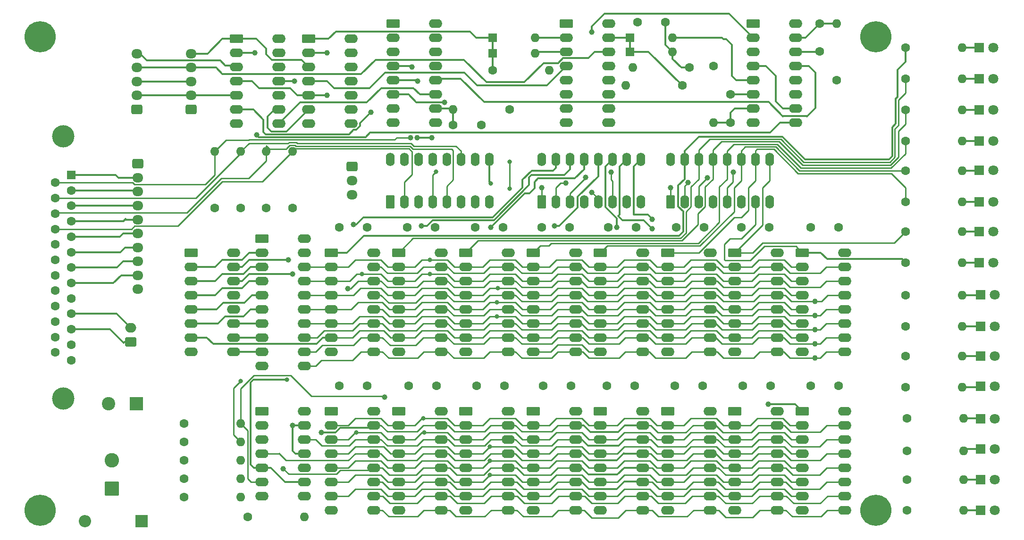
<source format=gbr>
%TF.GenerationSoftware,KiCad,Pcbnew,9.0.1*%
%TF.CreationDate,2025-07-19T09:37:52+10:00*%
%TF.ProjectId,128 X 16 RAM V4 FINAL ,31323820-5820-4313-9620-52414d205634,rev?*%
%TF.SameCoordinates,Original*%
%TF.FileFunction,Copper,L4,Bot*%
%TF.FilePolarity,Positive*%
%FSLAX46Y46*%
G04 Gerber Fmt 4.6, Leading zero omitted, Abs format (unit mm)*
G04 Created by KiCad (PCBNEW 9.0.1) date 2025-07-19 09:37:52*
%MOMM*%
%LPD*%
G01*
G04 APERTURE LIST*
G04 Aperture macros list*
%AMRoundRect*
0 Rectangle with rounded corners*
0 $1 Rounding radius*
0 $2 $3 $4 $5 $6 $7 $8 $9 X,Y pos of 4 corners*
0 Add a 4 corners polygon primitive as box body*
4,1,4,$2,$3,$4,$5,$6,$7,$8,$9,$2,$3,0*
0 Add four circle primitives for the rounded corners*
1,1,$1+$1,$2,$3*
1,1,$1+$1,$4,$5*
1,1,$1+$1,$6,$7*
1,1,$1+$1,$8,$9*
0 Add four rect primitives between the rounded corners*
20,1,$1+$1,$2,$3,$4,$5,0*
20,1,$1+$1,$4,$5,$6,$7,0*
20,1,$1+$1,$6,$7,$8,$9,0*
20,1,$1+$1,$8,$9,$2,$3,0*%
G04 Aperture macros list end*
%TA.AperFunction,ComponentPad*%
%ADD10RoundRect,0.250000X-0.950000X-0.550000X0.950000X-0.550000X0.950000X0.550000X-0.950000X0.550000X0*%
%TD*%
%TA.AperFunction,ComponentPad*%
%ADD11O,2.400000X1.600000*%
%TD*%
%TA.AperFunction,ComponentPad*%
%ADD12R,1.800000X1.800000*%
%TD*%
%TA.AperFunction,ComponentPad*%
%ADD13C,1.800000*%
%TD*%
%TA.AperFunction,ComponentPad*%
%ADD14R,1.600000X1.600000*%
%TD*%
%TA.AperFunction,ComponentPad*%
%ADD15O,1.600000X1.600000*%
%TD*%
%TA.AperFunction,ComponentPad*%
%ADD16C,1.600000*%
%TD*%
%TA.AperFunction,ComponentPad*%
%ADD17RoundRect,0.250000X0.550000X-0.950000X0.550000X0.950000X-0.550000X0.950000X-0.550000X-0.950000X0*%
%TD*%
%TA.AperFunction,ComponentPad*%
%ADD18O,1.600000X2.400000*%
%TD*%
%TA.AperFunction,ComponentPad*%
%ADD19C,5.600000*%
%TD*%
%TA.AperFunction,ComponentPad*%
%ADD20RoundRect,0.250000X-0.725000X0.600000X-0.725000X-0.600000X0.725000X-0.600000X0.725000X0.600000X0*%
%TD*%
%TA.AperFunction,ComponentPad*%
%ADD21O,1.950000X1.700000*%
%TD*%
%TA.AperFunction,ComponentPad*%
%ADD22R,2.400000X2.400000*%
%TD*%
%TA.AperFunction,ComponentPad*%
%ADD23C,2.400000*%
%TD*%
%TA.AperFunction,ComponentPad*%
%ADD24R,2.200000X2.200000*%
%TD*%
%TA.AperFunction,ComponentPad*%
%ADD25O,2.200000X2.200000*%
%TD*%
%TA.AperFunction,ComponentPad*%
%ADD26RoundRect,0.250000X0.725000X-0.600000X0.725000X0.600000X-0.725000X0.600000X-0.725000X-0.600000X0*%
%TD*%
%TA.AperFunction,ComponentPad*%
%ADD27C,4.000000*%
%TD*%
%TA.AperFunction,ComponentPad*%
%ADD28RoundRect,0.250000X1.050000X-1.050000X1.050000X1.050000X-1.050000X1.050000X-1.050000X-1.050000X0*%
%TD*%
%TA.AperFunction,ComponentPad*%
%ADD29C,2.600000*%
%TD*%
%TA.AperFunction,ComponentPad*%
%ADD30RoundRect,0.250000X0.750000X-0.600000X0.750000X0.600000X-0.750000X0.600000X-0.750000X-0.600000X0*%
%TD*%
%TA.AperFunction,ComponentPad*%
%ADD31O,2.000000X1.700000*%
%TD*%
%TA.AperFunction,ViaPad*%
%ADD32C,1.000000*%
%TD*%
%TA.AperFunction,ViaPad*%
%ADD33C,0.800000*%
%TD*%
%TA.AperFunction,Conductor*%
%ADD34C,0.250000*%
%TD*%
%TA.AperFunction,Conductor*%
%ADD35C,0.300000*%
%TD*%
G04 APERTURE END LIST*
D10*
%TO.P,U15,1,~{CS}*%
%TO.N,~{CS14}*%
X194691000Y-127202000D03*
D11*
%TO.P,U15,2,A0*%
%TO.N,/A0*%
X194691000Y-129742000D03*
%TO.P,U15,3,A1*%
%TO.N,/A1*%
X194691000Y-132282000D03*
%TO.P,U15,4,A2*%
%TO.N,/A2*%
X194691000Y-134822000D03*
%TO.P,U15,5,A3*%
%TO.N,/A3*%
X194691000Y-137362000D03*
%TO.P,U15,6,A4*%
%TO.N,/A4*%
X194691000Y-139902000D03*
%TO.P,U15,7,D_OUT*%
%TO.N,D_OUT*%
X194691000Y-142442000D03*
%TO.P,U15,8,GND*%
%TO.N,GND*%
X194691000Y-144982000D03*
%TO.P,U15,9,A5*%
%TO.N,/A5*%
X202311000Y-144982000D03*
%TO.P,U15,10,A6*%
%TO.N,/A6*%
X202311000Y-142442000D03*
%TO.P,U15,11,A7*%
%TO.N,/A7*%
X202311000Y-139902000D03*
%TO.P,U15,12,A8*%
%TO.N,A8*%
X202311000Y-137362000D03*
%TO.P,U15,13,A9*%
%TO.N,A9*%
X202311000Y-134822000D03*
%TO.P,U15,14,~{WE}*%
%TO.N,~{WE2}*%
X202311000Y-132282000D03*
%TO.P,U15,15,D_IN*%
%TO.N,D_IN2*%
X202311000Y-129742000D03*
%TO.P,U15,16,+5V*%
%TO.N,+5V*%
X202311000Y-127202000D03*
%TD*%
D10*
%TO.P,J1,1,Pin_1*%
%TO.N,~{CS}*%
X97155000Y-98754000D03*
D11*
%TO.P,J1,2,Pin_2*%
%TO.N,/A_0*%
X97155000Y-101294000D03*
%TO.P,J1,3,Pin_3*%
%TO.N,/A_1*%
X97155000Y-103834000D03*
%TO.P,J1,4,Pin_4*%
%TO.N,/A_2*%
X97155000Y-106374000D03*
%TO.P,J1,5,Pin_5*%
%TO.N,/A_3*%
X97155000Y-108914000D03*
%TO.P,J1,6,Pin_6*%
%TO.N,/A_4*%
X97155000Y-111454000D03*
%TO.P,J1,7,Pin_7*%
%TO.N,D_OUT*%
X97155000Y-113994000D03*
%TO.P,J1,8,Pin_8*%
%TO.N,GND*%
X97155000Y-116534000D03*
%TO.P,J1,9,Pin_9*%
%TO.N,/A_5*%
X104775000Y-116534000D03*
%TO.P,J1,10,Pin_10*%
%TO.N,/A_6*%
X104775000Y-113994000D03*
%TO.P,J1,11,Pin_11*%
%TO.N,/A_7*%
X104775000Y-111454000D03*
%TO.P,J1,12,Pin_12*%
%TO.N,/A_8*%
X104775000Y-108914000D03*
%TO.P,J1,13,Pin_13*%
%TO.N,/A_9*%
X104775000Y-106374000D03*
%TO.P,J1,14,Pin_14*%
%TO.N,~{WE}*%
X104775000Y-103834000D03*
%TO.P,J1,15,Pin_15*%
%TO.N,D_IN*%
X104775000Y-101294000D03*
%TO.P,J1,16,Pin_16*%
%TO.N,+5V*%
X104775000Y-98754000D03*
%TD*%
D10*
%TO.P,U8,1,~{CS}*%
%TO.N,~{CS7}*%
X206756000Y-98754000D03*
D11*
%TO.P,U8,2,A0*%
%TO.N,/A0*%
X206756000Y-101294000D03*
%TO.P,U8,3,A1*%
%TO.N,/A1*%
X206756000Y-103834000D03*
%TO.P,U8,4,A2*%
%TO.N,/A2*%
X206756000Y-106374000D03*
%TO.P,U8,5,A3*%
%TO.N,/A3*%
X206756000Y-108914000D03*
%TO.P,U8,6,A4*%
%TO.N,/A4*%
X206756000Y-111454000D03*
%TO.P,U8,7,D_OUT*%
%TO.N,D_OUT*%
X206756000Y-113994000D03*
%TO.P,U8,8,GND*%
%TO.N,GND*%
X206756000Y-116534000D03*
%TO.P,U8,9,A5*%
%TO.N,/A5*%
X214376000Y-116534000D03*
%TO.P,U8,10,A6*%
%TO.N,/A6*%
X214376000Y-113994000D03*
%TO.P,U8,11,A7*%
%TO.N,/A7*%
X214376000Y-111454000D03*
%TO.P,U8,12,A8*%
%TO.N,A8*%
X214376000Y-108914000D03*
%TO.P,U8,13,A9*%
%TO.N,A9*%
X214376000Y-106374000D03*
%TO.P,U8,14,~{WE}*%
%TO.N,~{WE1}*%
X214376000Y-103834000D03*
%TO.P,U8,15,D_IN*%
%TO.N,D_IN1*%
X214376000Y-101294000D03*
%TO.P,U8,16,+5V*%
%TO.N,+5V*%
X214376000Y-98754000D03*
%TD*%
D12*
%TO.P,D10,1,K*%
%TO.N,Net-(D10-K)*%
X238760000Y-111962000D03*
D13*
%TO.P,D10,2,A*%
%TO.N,+5V*%
X241300000Y-111962000D03*
%TD*%
D10*
%TO.P,U21,1*%
%TO.N,/A_8*%
X109855000Y-127202000D03*
D11*
%TO.P,U21,2*%
%TO.N,A8*%
X109855000Y-129742000D03*
%TO.P,U21,3*%
%TO.N,/A_9*%
X109855000Y-132282000D03*
%TO.P,U21,4*%
%TO.N,A9*%
X109855000Y-134822000D03*
%TO.P,U21,5*%
%TO.N,D_IN*%
X109855000Y-137362000D03*
%TO.P,U21,6*%
%TO.N,D_IN1*%
X109855000Y-139902000D03*
%TO.P,U21,7,GND*%
%TO.N,GND*%
X109855000Y-142442000D03*
%TO.P,U21,8*%
%TO.N,D_IN2*%
X117475000Y-142442000D03*
%TO.P,U21,9*%
%TO.N,D_IN*%
X117475000Y-139902000D03*
%TO.P,U21,10*%
%TO.N,~{WE1}*%
X117475000Y-137362000D03*
%TO.P,U21,11*%
%TO.N,~{WE}*%
X117475000Y-134822000D03*
%TO.P,U21,12*%
%TO.N,~{WE2}*%
X117475000Y-132282000D03*
%TO.P,U21,13*%
%TO.N,~{WE}*%
X117475000Y-129742000D03*
%TO.P,U21,14,VCC*%
%TO.N,+5V*%
X117475000Y-127202000D03*
%TD*%
D14*
%TO.P,D17,1,K*%
%TO.N,Net-(D17-K)*%
X175895000Y-62686000D03*
D15*
%TO.P,D17,2,A*%
%TO.N,Net-(D17-A)*%
X183515000Y-62686000D03*
%TD*%
D12*
%TO.P,D11,1,K*%
%TO.N,Net-(D11-K)*%
X238760000Y-117296000D03*
D13*
%TO.P,D11,2,A*%
%TO.N,+5V*%
X241300000Y-117296000D03*
%TD*%
D14*
%TO.P,D20,1,K*%
%TO.N,Net-(D19-K)*%
X151257000Y-60146000D03*
D15*
%TO.P,D20,2,A*%
%TO.N,Net-(D20-A)*%
X158877000Y-60146000D03*
%TD*%
D10*
%TO.P,U11,1,~{CS}*%
%TO.N,~{CS10}*%
X146431000Y-127202000D03*
D11*
%TO.P,U11,2,A0*%
%TO.N,/A0*%
X146431000Y-129742000D03*
%TO.P,U11,3,A1*%
%TO.N,/A1*%
X146431000Y-132282000D03*
%TO.P,U11,4,A2*%
%TO.N,/A2*%
X146431000Y-134822000D03*
%TO.P,U11,5,A3*%
%TO.N,/A3*%
X146431000Y-137362000D03*
%TO.P,U11,6,A4*%
%TO.N,/A4*%
X146431000Y-139902000D03*
%TO.P,U11,7,D_OUT*%
%TO.N,D_OUT*%
X146431000Y-142442000D03*
%TO.P,U11,8,GND*%
%TO.N,GND*%
X146431000Y-144982000D03*
%TO.P,U11,9,A5*%
%TO.N,/A5*%
X154051000Y-144982000D03*
%TO.P,U11,10,A6*%
%TO.N,/A6*%
X154051000Y-142442000D03*
%TO.P,U11,11,A7*%
%TO.N,/A7*%
X154051000Y-139902000D03*
%TO.P,U11,12,A8*%
%TO.N,A8*%
X154051000Y-137362000D03*
%TO.P,U11,13,A9*%
%TO.N,A9*%
X154051000Y-134822000D03*
%TO.P,U11,14,~{WE}*%
%TO.N,~{WE2}*%
X154051000Y-132282000D03*
%TO.P,U11,15,D_IN*%
%TO.N,D_IN2*%
X154051000Y-129742000D03*
%TO.P,U11,16,+5V*%
%TO.N,+5V*%
X154051000Y-127202000D03*
%TD*%
D16*
%TO.P,R20,1*%
%TO.N,~{CS9}*%
X225298000Y-111962000D03*
D15*
%TO.P,R20,2*%
%TO.N,Net-(D10-K)*%
X235458000Y-111962000D03*
%TD*%
D17*
%TO.P,U20,1,A0*%
%TO.N,AD0*%
X160020000Y-89610000D03*
D18*
%TO.P,U20,2,A1*%
%TO.N,AD1*%
X162560000Y-89610000D03*
%TO.P,U20,3,A2*%
%TO.N,AD2*%
X165100000Y-89610000D03*
%TO.P,U20,4,E1*%
%TO.N,GND*%
X167640000Y-89610000D03*
%TO.P,U20,5,E2*%
%TO.N,~{CS}*%
X170180000Y-89610000D03*
%TO.P,U20,6,E3*%
%TO.N,AD3*%
X172720000Y-89610000D03*
%TO.P,U20,7,O7*%
%TO.N,~{CS15}*%
X175260000Y-89610000D03*
%TO.P,U20,8,GND*%
%TO.N,GND*%
X177800000Y-89610000D03*
%TO.P,U20,9,O6*%
%TO.N,~{CS14}*%
X177800000Y-81990000D03*
%TO.P,U20,10,O5*%
%TO.N,~{CS13}*%
X175260000Y-81990000D03*
%TO.P,U20,11,O4*%
%TO.N,~{CS12}*%
X172720000Y-81990000D03*
%TO.P,U20,12,O3*%
%TO.N,~{CS11}*%
X170180000Y-81990000D03*
%TO.P,U20,13,O2*%
%TO.N,~{CS10}*%
X167640000Y-81990000D03*
%TO.P,U20,14,O1*%
%TO.N,~{CS9}*%
X165100000Y-81990000D03*
%TO.P,U20,15,O0*%
%TO.N,~{CS8}*%
X162560000Y-81990000D03*
%TO.P,U20,16,VCC*%
%TO.N,+5V*%
X160020000Y-81990000D03*
%TD*%
D16*
%TO.P,R15,1*%
%TO.N,~{CS4}*%
X225298000Y-84022000D03*
D15*
%TO.P,R15,2*%
%TO.N,Net-(D5-K)*%
X235458000Y-84022000D03*
%TD*%
D10*
%TO.P,U1,1,~{CS}*%
%TO.N,~{CS0}*%
X122301000Y-98754000D03*
D11*
%TO.P,U1,2,A0*%
%TO.N,/A0*%
X122301000Y-101294000D03*
%TO.P,U1,3,A1*%
%TO.N,/A1*%
X122301000Y-103834000D03*
%TO.P,U1,4,A2*%
%TO.N,/A2*%
X122301000Y-106374000D03*
%TO.P,U1,5,A3*%
%TO.N,/A3*%
X122301000Y-108914000D03*
%TO.P,U1,6,A4*%
%TO.N,/A4*%
X122301000Y-111454000D03*
%TO.P,U1,7,D_OUT*%
%TO.N,D_OUT*%
X122301000Y-113994000D03*
%TO.P,U1,8,GND*%
%TO.N,GND*%
X122301000Y-116534000D03*
%TO.P,U1,9,A5*%
%TO.N,/A5*%
X129921000Y-116534000D03*
%TO.P,U1,10,A6*%
%TO.N,/A6*%
X129921000Y-113994000D03*
%TO.P,U1,11,A7*%
%TO.N,/A7*%
X129921000Y-111454000D03*
%TO.P,U1,12,A8*%
%TO.N,A8*%
X129921000Y-108914000D03*
%TO.P,U1,13,A9*%
%TO.N,A9*%
X129921000Y-106374000D03*
%TO.P,U1,14,~{WE}*%
%TO.N,~{WE1}*%
X129921000Y-103834000D03*
%TO.P,U1,15,D_IN*%
%TO.N,D_IN1*%
X129921000Y-101294000D03*
%TO.P,U1,16,+5V*%
%TO.N,+5V*%
X129921000Y-98754000D03*
%TD*%
D10*
%TO.P,U7,1,~{CS}*%
%TO.N,~{CS6}*%
X194691000Y-98754000D03*
D11*
%TO.P,U7,2,A0*%
%TO.N,/A0*%
X194691000Y-101294000D03*
%TO.P,U7,3,A1*%
%TO.N,/A1*%
X194691000Y-103834000D03*
%TO.P,U7,4,A2*%
%TO.N,/A2*%
X194691000Y-106374000D03*
%TO.P,U7,5,A3*%
%TO.N,/A3*%
X194691000Y-108914000D03*
%TO.P,U7,6,A4*%
%TO.N,/A4*%
X194691000Y-111454000D03*
%TO.P,U7,7,D_OUT*%
%TO.N,D_OUT*%
X194691000Y-113994000D03*
%TO.P,U7,8,GND*%
%TO.N,GND*%
X194691000Y-116534000D03*
%TO.P,U7,9,A5*%
%TO.N,/A5*%
X202311000Y-116534000D03*
%TO.P,U7,10,A6*%
%TO.N,/A6*%
X202311000Y-113994000D03*
%TO.P,U7,11,A7*%
%TO.N,/A7*%
X202311000Y-111454000D03*
%TO.P,U7,12,A8*%
%TO.N,A8*%
X202311000Y-108914000D03*
%TO.P,U7,13,A9*%
%TO.N,A9*%
X202311000Y-106374000D03*
%TO.P,U7,14,~{WE}*%
%TO.N,~{WE1}*%
X202311000Y-103834000D03*
%TO.P,U7,15,D_IN*%
%TO.N,D_IN1*%
X202311000Y-101294000D03*
%TO.P,U7,16,+5V*%
%TO.N,+5V*%
X202311000Y-98754000D03*
%TD*%
D16*
%TO.P,C17,1*%
%TO.N,+5V*%
X177245000Y-57352000D03*
%TO.P,C17,2*%
%TO.N,Net-(D17-A)*%
X182245000Y-57352000D03*
%TD*%
%TO.P,C19,1*%
%TO.N,Net-(U25A-RCext)*%
X209931000Y-57606000D03*
%TO.P,C19,2*%
%TO.N,Net-(U25A-Cext)*%
X209931000Y-62606000D03*
%TD*%
%TO.P,R10,1*%
%TO.N,+5V*%
X95884000Y-136026000D03*
D15*
%TO.P,R10,2*%
%TO.N,A9*%
X106044000Y-136026000D03*
%TD*%
D10*
%TO.P,U16,1,~{CS}*%
%TO.N,~{CS15}*%
X206756000Y-127202000D03*
D11*
%TO.P,U16,2,A0*%
%TO.N,/A0*%
X206756000Y-129742000D03*
%TO.P,U16,3,A1*%
%TO.N,/A1*%
X206756000Y-132282000D03*
%TO.P,U16,4,A2*%
%TO.N,/A2*%
X206756000Y-134822000D03*
%TO.P,U16,5,A3*%
%TO.N,/A3*%
X206756000Y-137362000D03*
%TO.P,U16,6,A4*%
%TO.N,/A4*%
X206756000Y-139902000D03*
%TO.P,U16,7,D_OUT*%
%TO.N,D_OUT*%
X206756000Y-142442000D03*
%TO.P,U16,8,GND*%
%TO.N,GND*%
X206756000Y-144982000D03*
%TO.P,U16,9,A5*%
%TO.N,/A5*%
X214376000Y-144982000D03*
%TO.P,U16,10,A6*%
%TO.N,/A6*%
X214376000Y-142442000D03*
%TO.P,U16,11,A7*%
%TO.N,/A7*%
X214376000Y-139902000D03*
%TO.P,U16,12,A8*%
%TO.N,A8*%
X214376000Y-137362000D03*
%TO.P,U16,13,A9*%
%TO.N,A9*%
X214376000Y-134822000D03*
%TO.P,U16,14,~{WE}*%
%TO.N,~{WE2}*%
X214376000Y-132282000D03*
%TO.P,U16,15,D_IN*%
%TO.N,D_IN2*%
X214376000Y-129742000D03*
%TO.P,U16,16,+5V*%
%TO.N,+5V*%
X214376000Y-127202000D03*
%TD*%
D16*
%TO.P,C21,1*%
%TO.N,Net-(U27-~{SRCLR})*%
X144144000Y-75828000D03*
%TO.P,C21,2*%
%TO.N,GND*%
X149144000Y-75828000D03*
%TD*%
%TO.P,R24,1*%
%TO.N,~{CS13}*%
X225552000Y-134314000D03*
D15*
%TO.P,R24,2*%
%TO.N,Net-(D14-K)*%
X235712000Y-134314000D03*
%TD*%
D16*
%TO.P,C6,1*%
%TO.N,GND*%
X184150000Y-94182000D03*
%TO.P,C6,2*%
%TO.N,+5V*%
X189150000Y-94182000D03*
%TD*%
%TO.P,C7,1*%
%TO.N,GND*%
X195834000Y-94182000D03*
%TO.P,C7,2*%
%TO.N,+5V*%
X200834000Y-94182000D03*
%TD*%
D10*
%TO.P,U5,1,~{CS}*%
%TO.N,~{CS4}*%
X170561000Y-98754000D03*
D11*
%TO.P,U5,2,A0*%
%TO.N,/A0*%
X170561000Y-101294000D03*
%TO.P,U5,3,A1*%
%TO.N,/A1*%
X170561000Y-103834000D03*
%TO.P,U5,4,A2*%
%TO.N,/A2*%
X170561000Y-106374000D03*
%TO.P,U5,5,A3*%
%TO.N,/A3*%
X170561000Y-108914000D03*
%TO.P,U5,6,A4*%
%TO.N,/A4*%
X170561000Y-111454000D03*
%TO.P,U5,7,D_OUT*%
%TO.N,D_OUT*%
X170561000Y-113994000D03*
%TO.P,U5,8,GND*%
%TO.N,GND*%
X170561000Y-116534000D03*
%TO.P,U5,9,A5*%
%TO.N,/A5*%
X178181000Y-116534000D03*
%TO.P,U5,10,A6*%
%TO.N,/A6*%
X178181000Y-113994000D03*
%TO.P,U5,11,A7*%
%TO.N,/A7*%
X178181000Y-111454000D03*
%TO.P,U5,12,A8*%
%TO.N,A8*%
X178181000Y-108914000D03*
%TO.P,U5,13,A9*%
%TO.N,A9*%
X178181000Y-106374000D03*
%TO.P,U5,14,~{WE}*%
%TO.N,~{WE1}*%
X178181000Y-103834000D03*
%TO.P,U5,15,D_IN*%
%TO.N,D_IN1*%
X178181000Y-101294000D03*
%TO.P,U5,16,+5V*%
%TO.N,+5V*%
X178181000Y-98754000D03*
%TD*%
D17*
%TO.P,U22,1,S*%
%TO.N,Net-(U22-S)*%
X132842000Y-89610000D03*
D18*
%TO.P,U22,2,I0a*%
%TO.N,8*%
X135382000Y-89610000D03*
%TO.P,U22,3,I1a*%
%TO.N,Net-(U22-I1a)*%
X137922000Y-89610000D03*
%TO.P,U22,4,Za*%
%TO.N,AD3*%
X140462000Y-89610000D03*
%TO.P,U22,5,I0b*%
%TO.N,4*%
X143002000Y-89610000D03*
%TO.P,U22,6,I1b*%
%TO.N,Net-(U22-I1b)*%
X145542000Y-89610000D03*
%TO.P,U22,7,Zb*%
%TO.N,AD2*%
X148082000Y-89610000D03*
%TO.P,U22,8,GND*%
%TO.N,GND*%
X150622000Y-89610000D03*
%TO.P,U22,9,Zc*%
%TO.N,AD1*%
X150622000Y-81990000D03*
%TO.P,U22,10,I1c*%
%TO.N,Net-(U22-I1c)*%
X148082000Y-81990000D03*
%TO.P,U22,11,I0c*%
%TO.N,2*%
X145542000Y-81990000D03*
%TO.P,U22,12,Zd*%
%TO.N,AD0*%
X143002000Y-81990000D03*
%TO.P,U22,13,I1d*%
%TO.N,Net-(U22-I1d)*%
X140462000Y-81990000D03*
%TO.P,U22,14,I0d*%
%TO.N,1*%
X137922000Y-81990000D03*
%TO.P,U22,15,E*%
%TO.N,GND*%
X135382000Y-81990000D03*
%TO.P,U22,16,VCC*%
%TO.N,+5V*%
X132842000Y-81990000D03*
%TD*%
D19*
%TO.P,H2,1,1*%
%TO.N,GND*%
X70000000Y-145000000D03*
%TD*%
%TO.P,H1,1,1*%
%TO.N,GND*%
X70000000Y-60000000D03*
%TD*%
D10*
%TO.P,U9,1,~{CS}*%
%TO.N,~{CS8}*%
X122301000Y-127202000D03*
D11*
%TO.P,U9,2,A0*%
%TO.N,/A0*%
X122301000Y-129742000D03*
%TO.P,U9,3,A1*%
%TO.N,/A1*%
X122301000Y-132282000D03*
%TO.P,U9,4,A2*%
%TO.N,/A2*%
X122301000Y-134822000D03*
%TO.P,U9,5,A3*%
%TO.N,/A3*%
X122301000Y-137362000D03*
%TO.P,U9,6,A4*%
%TO.N,/A4*%
X122301000Y-139902000D03*
%TO.P,U9,7,D_OUT*%
%TO.N,D_OUT*%
X122301000Y-142442000D03*
%TO.P,U9,8,GND*%
%TO.N,GND*%
X122301000Y-144982000D03*
%TO.P,U9,9,A5*%
%TO.N,/A5*%
X129921000Y-144982000D03*
%TO.P,U9,10,A6*%
%TO.N,/A6*%
X129921000Y-142442000D03*
%TO.P,U9,11,A7*%
%TO.N,/A7*%
X129921000Y-139902000D03*
%TO.P,U9,12,A8*%
%TO.N,A8*%
X129921000Y-137362000D03*
%TO.P,U9,13,A9*%
%TO.N,A9*%
X129921000Y-134822000D03*
%TO.P,U9,14,~{WE}*%
%TO.N,~{WE2}*%
X129921000Y-132282000D03*
%TO.P,U9,15,D_IN*%
%TO.N,D_IN2*%
X129921000Y-129742000D03*
%TO.P,U9,16,+5V*%
%TO.N,+5V*%
X129921000Y-127202000D03*
%TD*%
D12*
%TO.P,D4,1,K*%
%TO.N,Net-(D4-K)*%
X238506000Y-78688000D03*
D13*
%TO.P,D4,2,A*%
%TO.N,+5V*%
X241046000Y-78688000D03*
%TD*%
D10*
%TO.P,U27,1,QB*%
%TO.N,unconnected-(U27-QB-Pad1)*%
X133350000Y-57658000D03*
D11*
%TO.P,U27,2,QC*%
%TO.N,unconnected-(U27-QC-Pad2)*%
X133350000Y-60198000D03*
%TO.P,U27,3,QD*%
%TO.N,unconnected-(U27-QD-Pad3)*%
X133350000Y-62738000D03*
%TO.P,U27,4,QE*%
%TO.N,Net-(U22-I1a)*%
X133350000Y-65278000D03*
%TO.P,U27,5,QF*%
%TO.N,Net-(U22-I1b)*%
X133350000Y-67818000D03*
%TO.P,U27,6,QG*%
%TO.N,Net-(U22-I1c)*%
X133350000Y-70358000D03*
%TO.P,U27,7,QH*%
%TO.N,Net-(U22-I1d)*%
X133350000Y-72898000D03*
%TO.P,U27,8,GND*%
%TO.N,GND*%
X133350000Y-75438000D03*
%TO.P,U27,9,QH'*%
%TO.N,unconnected-(U27-QH&apos;-Pad9)*%
X140970000Y-75438000D03*
%TO.P,U27,10,~{SRCLR}*%
%TO.N,Net-(U27-~{SRCLR})*%
X140970000Y-72898000D03*
%TO.P,U27,11,SRCLK*%
%TO.N,/set BANK clock*%
X140970000Y-70358000D03*
%TO.P,U27,12,RCLK*%
%TO.N,/Latch Bank*%
X140970000Y-67818000D03*
%TO.P,U27,13,~{OE}*%
%TO.N,GND*%
X140970000Y-65278000D03*
%TO.P,U27,14,SER*%
%TO.N,Net-(U27-SER)*%
X140970000Y-62738000D03*
%TO.P,U27,15,QA*%
%TO.N,unconnected-(U27-QA-Pad15)*%
X140970000Y-60198000D03*
%TO.P,U27,16,VCC*%
%TO.N,+5V*%
X140970000Y-57658000D03*
%TD*%
D12*
%TO.P,D7,1,K*%
%TO.N,Net-(D7-K)*%
X238506000Y-94944000D03*
D13*
%TO.P,D7,2,A*%
%TO.N,+5V*%
X241046000Y-94944000D03*
%TD*%
D20*
%TO.P,J4,1,Pin_1*%
%TO.N,GND*%
X87540000Y-82829000D03*
D21*
%TO.P,J4,2,Pin_2*%
%TO.N,SR0*%
X87540000Y-85329000D03*
%TO.P,J4,3,Pin_3*%
%TO.N,SR1*%
X87540000Y-87829000D03*
%TO.P,J4,4,Pin_4*%
%TO.N,SR2*%
X87540000Y-90329000D03*
%TO.P,J4,5,Pin_5*%
%TO.N,SR3*%
X87540000Y-92829000D03*
%TO.P,J4,6,Pin_6*%
%TO.N,SR4*%
X87540000Y-95329000D03*
%TO.P,J4,7,Pin_7*%
%TO.N,SR5*%
X87540000Y-97829000D03*
%TO.P,J4,8,Pin_8*%
%TO.N,SR6*%
X87540000Y-100329000D03*
%TO.P,J4,9,Pin_9*%
%TO.N,SR7*%
X87540000Y-102829000D03*
%TO.P,J4,10,Pin_10*%
%TO.N,unconnected-(J4-Pin_10-Pad10)*%
X87540000Y-105329000D03*
%TD*%
D16*
%TO.P,R9,1*%
%TO.N,+5V*%
X95884000Y-142630000D03*
D15*
%TO.P,R9,2*%
%TO.N,~{WE1}*%
X106044000Y-142630000D03*
%TD*%
D16*
%TO.P,R27,1*%
%TO.N,Net-(D17-K)*%
X185292000Y-68716000D03*
D15*
%TO.P,R27,2*%
%TO.N,GND*%
X175132000Y-68716000D03*
%TD*%
D16*
%TO.P,R30,1*%
%TO.N,+5V*%
X190881000Y-65226000D03*
D15*
%TO.P,R30,2*%
%TO.N,Net-(U25B-RCext)*%
X190881000Y-75386000D03*
%TD*%
D16*
%TO.P,R21,1*%
%TO.N,~{CS10}*%
X225298000Y-117296000D03*
D15*
%TO.P,R21,2*%
%TO.N,Net-(D11-K)*%
X235458000Y-117296000D03*
%TD*%
D12*
%TO.P,D12,1,K*%
%TO.N,Net-(D12-K)*%
X238760000Y-122766000D03*
D13*
%TO.P,D12,2,A*%
%TO.N,+5V*%
X241300000Y-122766000D03*
%TD*%
D16*
%TO.P,R32,1*%
%TO.N,+5V*%
X95884000Y-139328000D03*
D15*
%TO.P,R32,2*%
%TO.N,A8*%
X106044000Y-139328000D03*
%TD*%
D16*
%TO.P,C10,1*%
%TO.N,GND*%
X136144000Y-122630000D03*
%TO.P,C10,2*%
%TO.N,+5V*%
X141144000Y-122630000D03*
%TD*%
%TO.P,R16,1*%
%TO.N,~{CS5}*%
X225298000Y-89610000D03*
D15*
%TO.P,R16,2*%
%TO.N,Net-(D6-K)*%
X235458000Y-89610000D03*
%TD*%
D22*
%TO.P,C18,1*%
%TO.N,+5V*%
X87285959Y-125866000D03*
D23*
%TO.P,C18,2*%
%TO.N,GND*%
X82285959Y-125866000D03*
%TD*%
D10*
%TO.P,U24,1*%
%TO.N,~{CLOCK_0_OUT}*%
X105282000Y-60334000D03*
D11*
%TO.P,U24,2*%
%TO.N,Net-(U25B-A)*%
X105282000Y-62874000D03*
%TO.P,U24,3*%
%TO.N,~{CLK_0_IN}*%
X105282000Y-65414000D03*
%TO.P,U24,4*%
%TO.N,Net-(U24-Pad4)*%
X105282000Y-67954000D03*
%TO.P,U24,5*%
%TO.N,~{DATA_0_IN}*%
X105282000Y-70494000D03*
%TO.P,U24,6*%
%TO.N,Net-(U27-SER)*%
X105282000Y-73034000D03*
%TO.P,U24,7,GND*%
%TO.N,GND*%
X105282000Y-75574000D03*
%TO.P,U24,8*%
%TO.N,/set BANK clock*%
X112902000Y-75574000D03*
%TO.P,U24,9*%
%TO.N,Net-(U24-Pad9)*%
X112902000Y-73034000D03*
%TO.P,U24,10*%
%TO.N,Net-(U22-S)*%
X112902000Y-70494000D03*
%TO.P,U24,11*%
%TO.N,~{RUN}*%
X112902000Y-67954000D03*
%TO.P,U24,12*%
%TO.N,N/C*%
X112902000Y-65414000D03*
%TO.P,U24,13*%
X112902000Y-62874000D03*
%TO.P,U24,14,VCC*%
%TO.N,+5V*%
X112902000Y-60334000D03*
%TD*%
D16*
%TO.P,R14,1*%
%TO.N,~{CS3}*%
X225298000Y-78688000D03*
D15*
%TO.P,R14,2*%
%TO.N,Net-(D4-K)*%
X235458000Y-78688000D03*
%TD*%
D16*
%TO.P,R18,1*%
%TO.N,~{CS7}*%
X225298000Y-100532000D03*
D15*
%TO.P,R18,2*%
%TO.N,Net-(D8-K)*%
X235458000Y-100532000D03*
%TD*%
D16*
%TO.P,C13,1*%
%TO.N,GND*%
X171704000Y-122630000D03*
%TO.P,C13,2*%
%TO.N,+5V*%
X176704000Y-122630000D03*
%TD*%
D10*
%TO.P,U10,1,~{CS}*%
%TO.N,~{CS9}*%
X134366000Y-127202000D03*
D11*
%TO.P,U10,2,A0*%
%TO.N,/A0*%
X134366000Y-129742000D03*
%TO.P,U10,3,A1*%
%TO.N,/A1*%
X134366000Y-132282000D03*
%TO.P,U10,4,A2*%
%TO.N,/A2*%
X134366000Y-134822000D03*
%TO.P,U10,5,A3*%
%TO.N,/A3*%
X134366000Y-137362000D03*
%TO.P,U10,6,A4*%
%TO.N,/A4*%
X134366000Y-139902000D03*
%TO.P,U10,7,D_OUT*%
%TO.N,D_OUT*%
X134366000Y-142442000D03*
%TO.P,U10,8,GND*%
%TO.N,GND*%
X134366000Y-144982000D03*
%TO.P,U10,9,A5*%
%TO.N,/A5*%
X141986000Y-144982000D03*
%TO.P,U10,10,A6*%
%TO.N,/A6*%
X141986000Y-142442000D03*
%TO.P,U10,11,A7*%
%TO.N,/A7*%
X141986000Y-139902000D03*
%TO.P,U10,12,A8*%
%TO.N,A8*%
X141986000Y-137362000D03*
%TO.P,U10,13,A9*%
%TO.N,A9*%
X141986000Y-134822000D03*
%TO.P,U10,14,~{WE}*%
%TO.N,~{WE2}*%
X141986000Y-132282000D03*
%TO.P,U10,15,D_IN*%
%TO.N,D_IN2*%
X141986000Y-129742000D03*
%TO.P,U10,16,+5V*%
%TO.N,+5V*%
X141986000Y-127202000D03*
%TD*%
D16*
%TO.P,C11,1*%
%TO.N,GND*%
X148336000Y-122630000D03*
%TO.P,C11,2*%
%TO.N,+5V*%
X153336000Y-122630000D03*
%TD*%
D12*
%TO.P,D9,1,K*%
%TO.N,Net-(D9-K)*%
X238760000Y-106356000D03*
D13*
%TO.P,D9,2,A*%
%TO.N,+5V*%
X241300000Y-106356000D03*
%TD*%
D16*
%TO.P,C2,1*%
%TO.N,GND*%
X135890000Y-94182000D03*
%TO.P,C2,2*%
%TO.N,+5V*%
X140890000Y-94182000D03*
%TD*%
D20*
%TO.P,J2,1,Pin_1*%
%TO.N,GND*%
X125984000Y-83340000D03*
D21*
%TO.P,J2,2,Pin_2*%
%TO.N,~{RUN}*%
X125984000Y-85840000D03*
%TO.P,J2,3,Pin_3*%
%TO.N,~{RST}*%
X125984000Y-88340000D03*
%TD*%
D16*
%TO.P,R4,1*%
%TO.N,+5V*%
X110617000Y-90753000D03*
D15*
%TO.P,R4,2*%
%TO.N,4*%
X110617000Y-80593000D03*
%TD*%
D16*
%TO.P,R19,1*%
%TO.N,~{CS8}*%
X225298000Y-106374000D03*
D15*
%TO.P,R19,2*%
%TO.N,Net-(D9-K)*%
X235458000Y-106374000D03*
%TD*%
D10*
%TO.P,U26,1*%
%TO.N,Net-(D19-K)*%
X118236000Y-60334000D03*
D11*
%TO.P,U26,2*%
%TO.N,Net-(U24-Pad4)*%
X118236000Y-62874000D03*
%TO.P,U26,3*%
%TO.N,~{CLOCK_0_OUT}*%
X118236000Y-65414000D03*
%TO.P,U26,4*%
%TO.N,Net-(U19-Q2)*%
X118236000Y-67954000D03*
%TO.P,U26,5*%
%TO.N,Net-(U24-Pad4)*%
X118236000Y-70494000D03*
%TO.P,U26,6*%
%TO.N,Net-(U24-Pad9)*%
X118236000Y-73034000D03*
%TO.P,U26,7,GND*%
%TO.N,GND*%
X118236000Y-75574000D03*
%TO.P,U26,8*%
%TO.N,N/C*%
X125856000Y-75574000D03*
%TO.P,U26,9*%
X125856000Y-73034000D03*
%TO.P,U26,10*%
X125856000Y-70494000D03*
%TO.P,U26,11*%
X125856000Y-67954000D03*
%TO.P,U26,12*%
X125856000Y-65414000D03*
%TO.P,U26,13*%
X125856000Y-62874000D03*
%TO.P,U26,14,VCC*%
%TO.N,+5V*%
X125856000Y-60334000D03*
%TD*%
D16*
%TO.P,R7,1*%
%TO.N,+5V*%
X95884000Y-129422000D03*
D15*
%TO.P,R7,2*%
%TO.N,D_IN1*%
X106044000Y-129422000D03*
%TD*%
D10*
%TO.P,U19,1,Q5*%
%TO.N,unconnected-(U19-Q5-Pad1)*%
X164465000Y-57606000D03*
D11*
%TO.P,U19,2,Q1*%
%TO.N,Net-(D20-A)*%
X164465000Y-60146000D03*
%TO.P,U19,3,Q0*%
%TO.N,Net-(D19-A)*%
X164465000Y-62686000D03*
%TO.P,U19,4,Q2*%
%TO.N,Net-(U19-Q2)*%
X164465000Y-65226000D03*
%TO.P,U19,5,Q6*%
%TO.N,unconnected-(U19-Q6-Pad5)*%
X164465000Y-67766000D03*
%TO.P,U19,6,Q7*%
%TO.N,unconnected-(U19-Q7-Pad6)*%
X164465000Y-70306000D03*
%TO.P,U19,7,Q3*%
%TO.N,Net-(U19-Q3)*%
X164465000Y-72846000D03*
%TO.P,U19,8,VSS*%
%TO.N,GND*%
X164465000Y-75386000D03*
%TO.P,U19,9,Q8*%
%TO.N,unconnected-(U19-Q8-Pad9)*%
X172085000Y-75386000D03*
%TO.P,U19,10,Q4*%
%TO.N,unconnected-(U19-Q4-Pad10)*%
X172085000Y-72846000D03*
%TO.P,U19,11,Q9*%
%TO.N,unconnected-(U19-Q9-Pad11)*%
X172085000Y-70306000D03*
%TO.P,U19,12,Cout*%
%TO.N,unconnected-(U19-Cout-Pad12)*%
X172085000Y-67766000D03*
%TO.P,U19,13,CKEN*%
%TO.N,GND*%
X172085000Y-65226000D03*
%TO.P,U19,14,CLK*%
%TO.N,~{RESETFLAG_0_IN}*%
X172085000Y-62686000D03*
%TO.P,U19,15,Reset*%
%TO.N,Net-(D17-K)*%
X172085000Y-60146000D03*
%TO.P,U19,16,VDD*%
%TO.N,+5V*%
X172085000Y-57606000D03*
%TD*%
D16*
%TO.P,C8,1*%
%TO.N,GND*%
X208280000Y-94182000D03*
%TO.P,C8,2*%
%TO.N,+5V*%
X213280000Y-94182000D03*
%TD*%
%TO.P,C5,1*%
%TO.N,GND*%
X171958000Y-94182000D03*
%TO.P,C5,2*%
%TO.N,+5V*%
X176958000Y-94182000D03*
%TD*%
D10*
%TO.P,U4,1,~{CS}*%
%TO.N,~{CS3}*%
X158496000Y-98754000D03*
D11*
%TO.P,U4,2,A0*%
%TO.N,/A0*%
X158496000Y-101294000D03*
%TO.P,U4,3,A1*%
%TO.N,/A1*%
X158496000Y-103834000D03*
%TO.P,U4,4,A2*%
%TO.N,/A2*%
X158496000Y-106374000D03*
%TO.P,U4,5,A3*%
%TO.N,/A3*%
X158496000Y-108914000D03*
%TO.P,U4,6,A4*%
%TO.N,/A4*%
X158496000Y-111454000D03*
%TO.P,U4,7,D_OUT*%
%TO.N,D_OUT*%
X158496000Y-113994000D03*
%TO.P,U4,8,GND*%
%TO.N,GND*%
X158496000Y-116534000D03*
%TO.P,U4,9,A5*%
%TO.N,/A5*%
X166116000Y-116534000D03*
%TO.P,U4,10,A6*%
%TO.N,/A6*%
X166116000Y-113994000D03*
%TO.P,U4,11,A7*%
%TO.N,/A7*%
X166116000Y-111454000D03*
%TO.P,U4,12,A8*%
%TO.N,A8*%
X166116000Y-108914000D03*
%TO.P,U4,13,A9*%
%TO.N,A9*%
X166116000Y-106374000D03*
%TO.P,U4,14,~{WE}*%
%TO.N,~{WE1}*%
X166116000Y-103834000D03*
%TO.P,U4,15,D_IN*%
%TO.N,D_IN1*%
X166116000Y-101294000D03*
%TO.P,U4,16,+5V*%
%TO.N,+5V*%
X166116000Y-98754000D03*
%TD*%
D12*
%TO.P,D6,1,K*%
%TO.N,Net-(D6-K)*%
X238506000Y-89610000D03*
D13*
%TO.P,D6,2,A*%
%TO.N,+5V*%
X241046000Y-89610000D03*
%TD*%
D16*
%TO.P,C15,1*%
%TO.N,GND*%
X196088000Y-122630000D03*
%TO.P,C15,2*%
%TO.N,+5V*%
X201088000Y-122630000D03*
%TD*%
D10*
%TO.P,U25,1,A*%
%TO.N,GND*%
X197993000Y-57606000D03*
D11*
%TO.P,U25,2,B*%
%TO.N,Net-(U19-Q3)*%
X197993000Y-60146000D03*
%TO.P,U25,3,Clr*%
%TO.N,+5V*%
X197993000Y-62686000D03*
%TO.P,U25,4,~{Q}*%
%TO.N,Net-(U25A-~{Q})*%
X197993000Y-65226000D03*
%TO.P,U25,5,Q*%
%TO.N,/Reset Counter*%
X197993000Y-67766000D03*
%TO.P,U25,6,Cext*%
%TO.N,Net-(U25B-Cext)*%
X197993000Y-70306000D03*
%TO.P,U25,7,RCext*%
%TO.N,Net-(U25B-RCext)*%
X197993000Y-72846000D03*
%TO.P,U25,8,GND*%
%TO.N,GND*%
X197993000Y-75386000D03*
%TO.P,U25,9,A*%
%TO.N,Net-(U25B-A)*%
X205613000Y-75386000D03*
%TO.P,U25,10,B*%
%TO.N,Net-(U25A-~{Q})*%
X205613000Y-72846000D03*
%TO.P,U25,11,Clr*%
%TO.N,+5V*%
X205613000Y-70306000D03*
%TO.P,U25,12,~{Q}*%
%TO.N,unconnected-(U25B-~{Q}-Pad12)*%
X205613000Y-67766000D03*
%TO.P,U25,13,Q*%
%TO.N,/Latch Bank*%
X205613000Y-65226000D03*
%TO.P,U25,14,Cext*%
%TO.N,Net-(U25A-Cext)*%
X205613000Y-62686000D03*
%TO.P,U25,15,RCext*%
%TO.N,Net-(U25A-RCext)*%
X205613000Y-60146000D03*
%TO.P,U25,16,VCC*%
%TO.N,+5V*%
X205613000Y-57606000D03*
%TD*%
D16*
%TO.P,R1,1*%
%TO.N,+5V*%
X101388000Y-90753000D03*
D15*
%TO.P,R1,2*%
%TO.N,1*%
X101388000Y-80593000D03*
%TD*%
D12*
%TO.P,D14,1,K*%
%TO.N,Net-(D14-K)*%
X238760000Y-134042000D03*
D13*
%TO.P,D14,2,A*%
%TO.N,+5V*%
X241300000Y-134042000D03*
%TD*%
D16*
%TO.P,R17,1*%
%TO.N,~{CS6}*%
X225298000Y-94944000D03*
D15*
%TO.P,R17,2*%
%TO.N,Net-(D7-K)*%
X235458000Y-94944000D03*
%TD*%
D10*
%TO.P,U14,1,~{CS}*%
%TO.N,~{CS13}*%
X182626000Y-127202000D03*
D11*
%TO.P,U14,2,A0*%
%TO.N,/A0*%
X182626000Y-129742000D03*
%TO.P,U14,3,A1*%
%TO.N,/A1*%
X182626000Y-132282000D03*
%TO.P,U14,4,A2*%
%TO.N,/A2*%
X182626000Y-134822000D03*
%TO.P,U14,5,A3*%
%TO.N,/A3*%
X182626000Y-137362000D03*
%TO.P,U14,6,A4*%
%TO.N,/A4*%
X182626000Y-139902000D03*
%TO.P,U14,7,D_OUT*%
%TO.N,D_OUT*%
X182626000Y-142442000D03*
%TO.P,U14,8,GND*%
%TO.N,GND*%
X182626000Y-144982000D03*
%TO.P,U14,9,A5*%
%TO.N,/A5*%
X190246000Y-144982000D03*
%TO.P,U14,10,A6*%
%TO.N,/A6*%
X190246000Y-142442000D03*
%TO.P,U14,11,A7*%
%TO.N,/A7*%
X190246000Y-139902000D03*
%TO.P,U14,12,A8*%
%TO.N,A8*%
X190246000Y-137362000D03*
%TO.P,U14,13,A9*%
%TO.N,A9*%
X190246000Y-134822000D03*
%TO.P,U14,14,~{WE}*%
%TO.N,~{WE2}*%
X190246000Y-132282000D03*
%TO.P,U14,15,D_IN*%
%TO.N,D_IN2*%
X190246000Y-129742000D03*
%TO.P,U14,16,+5V*%
%TO.N,+5V*%
X190246000Y-127202000D03*
%TD*%
D14*
%TO.P,D18,1,K*%
%TO.N,Net-(D17-K)*%
X175895000Y-60146000D03*
D15*
%TO.P,D18,2,A*%
%TO.N,/Reset Counter*%
X183515000Y-60146000D03*
%TD*%
D16*
%TO.P,R29,1*%
%TO.N,+5V*%
X212979000Y-67766000D03*
D15*
%TO.P,R29,2*%
%TO.N,Net-(U25A-RCext)*%
X212979000Y-57606000D03*
%TD*%
D16*
%TO.P,R31,1*%
%TO.N,+5V*%
X154304000Y-73034000D03*
D15*
%TO.P,R31,2*%
%TO.N,Net-(U27-~{SRCLR})*%
X144144000Y-73034000D03*
%TD*%
D16*
%TO.P,C3,1*%
%TO.N,GND*%
X148082000Y-94182000D03*
%TO.P,C3,2*%
%TO.N,+5V*%
X153082000Y-94182000D03*
%TD*%
%TO.P,R12,1*%
%TO.N,~{CS1}*%
X225298000Y-67512000D03*
D15*
%TO.P,R12,2*%
%TO.N,Net-(D2-K)*%
X235458000Y-67512000D03*
%TD*%
D14*
%TO.P,D19,1,K*%
%TO.N,Net-(D19-K)*%
X151257000Y-62940000D03*
D15*
%TO.P,D19,2,A*%
%TO.N,Net-(D19-A)*%
X158877000Y-62940000D03*
%TD*%
D16*
%TO.P,C9,1*%
%TO.N,GND*%
X123698000Y-122630000D03*
%TO.P,C9,2*%
%TO.N,+5V*%
X128698000Y-122630000D03*
%TD*%
D24*
%TO.P,D21,1,K*%
%TO.N,+5V*%
X88264000Y-146948000D03*
D25*
%TO.P,D21,2,A*%
%TO.N,GND*%
X78104000Y-146948000D03*
%TD*%
D16*
%TO.P,R23,1*%
%TO.N,~{CS12}*%
X225552000Y-128472000D03*
D15*
%TO.P,R23,2*%
%TO.N,Net-(D13-K)*%
X235712000Y-128472000D03*
%TD*%
D26*
%TO.P,J7,1,Pin_1*%
%TO.N,GND*%
X97154000Y-73034000D03*
D21*
%TO.P,J7,2,Pin_2*%
%TO.N,~{DATA_0_IN}*%
X97154000Y-70534000D03*
%TO.P,J7,3,Pin_3*%
%TO.N,~{FLAG_0_IN}*%
X97154000Y-68034000D03*
%TO.P,J7,4,Pin_4*%
%TO.N,~{RESETFLAG_0_IN}*%
X97154000Y-65534000D03*
%TO.P,J7,5,Pin_5*%
%TO.N,~{CLOCK_0_OUT}*%
X97154000Y-63034000D03*
%TD*%
D16*
%TO.P,C4,1*%
%TO.N,GND*%
X160020000Y-94182000D03*
%TO.P,C4,2*%
%TO.N,+5V*%
X165020000Y-94182000D03*
%TD*%
%TO.P,R28,1*%
%TO.N,Net-(D19-K)*%
X151257000Y-65988000D03*
D15*
%TO.P,R28,2*%
%TO.N,GND*%
X161417000Y-65988000D03*
%TD*%
D16*
%TO.P,C14,1*%
%TO.N,GND*%
X183896000Y-122630000D03*
%TO.P,C14,2*%
%TO.N,+5V*%
X188896000Y-122630000D03*
%TD*%
D10*
%TO.P,U13,1,~{CS}*%
%TO.N,~{CS12}*%
X170561000Y-127202000D03*
D11*
%TO.P,U13,2,A0*%
%TO.N,/A0*%
X170561000Y-129742000D03*
%TO.P,U13,3,A1*%
%TO.N,/A1*%
X170561000Y-132282000D03*
%TO.P,U13,4,A2*%
%TO.N,/A2*%
X170561000Y-134822000D03*
%TO.P,U13,5,A3*%
%TO.N,/A3*%
X170561000Y-137362000D03*
%TO.P,U13,6,A4*%
%TO.N,/A4*%
X170561000Y-139902000D03*
%TO.P,U13,7,D_OUT*%
%TO.N,D_OUT*%
X170561000Y-142442000D03*
%TO.P,U13,8,GND*%
%TO.N,GND*%
X170561000Y-144982000D03*
%TO.P,U13,9,A5*%
%TO.N,/A5*%
X178181000Y-144982000D03*
%TO.P,U13,10,A6*%
%TO.N,/A6*%
X178181000Y-142442000D03*
%TO.P,U13,11,A7*%
%TO.N,/A7*%
X178181000Y-139902000D03*
%TO.P,U13,12,A8*%
%TO.N,A8*%
X178181000Y-137362000D03*
%TO.P,U13,13,A9*%
%TO.N,A9*%
X178181000Y-134822000D03*
%TO.P,U13,14,~{WE}*%
%TO.N,~{WE2}*%
X178181000Y-132282000D03*
%TO.P,U13,15,D_IN*%
%TO.N,D_IN2*%
X178181000Y-129742000D03*
%TO.P,U13,16,+5V*%
%TO.N,+5V*%
X178181000Y-127202000D03*
%TD*%
D26*
%TO.P,J5,1,Pin_1*%
%TO.N,GND*%
X87375000Y-73034000D03*
D21*
%TO.P,J5,2,Pin_2*%
%TO.N,~{DATA_0_IN}*%
X87375000Y-70534000D03*
%TO.P,J5,3,Pin_3*%
%TO.N,~{FLAG_0_IN}*%
X87375000Y-68034000D03*
%TO.P,J5,4,Pin_4*%
%TO.N,~{RESETFLAG_0_IN}*%
X87375000Y-65534000D03*
%TO.P,J5,5,Pin_5*%
%TO.N,~{CLK_0_IN}*%
X87375000Y-63034000D03*
%TD*%
D27*
%TO.P,J3,0*%
%TO.N,N/C*%
X74172000Y-77900000D03*
X74172000Y-125000000D03*
D14*
%TO.P,J3,1,1*%
%TO.N,SR0*%
X75592000Y-84830000D03*
D16*
%TO.P,J3,2,2*%
%TO.N,SR1*%
X75592000Y-87600000D03*
%TO.P,J3,3,3*%
%TO.N,SR2*%
X75592000Y-90370000D03*
%TO.P,J3,4,4*%
%TO.N,SR3*%
X75592000Y-93140000D03*
%TO.P,J3,5,5*%
%TO.N,SR4*%
X75592000Y-95910000D03*
%TO.P,J3,6,6*%
%TO.N,SR5*%
X75592000Y-98680000D03*
%TO.P,J3,7,7*%
%TO.N,SR6*%
X75592000Y-101450000D03*
%TO.P,J3,8,8*%
%TO.N,SR7*%
X75592000Y-104220000D03*
%TO.P,J3,9,9*%
%TO.N,GND*%
X75592000Y-106990000D03*
%TO.P,J3,10,10*%
%TO.N,~{DEP}*%
X75592000Y-109760000D03*
%TO.P,J3,11,11*%
%TO.N,~{LA}*%
X75592000Y-112530000D03*
%TO.P,J3,12,12*%
%TO.N,GND*%
X75592000Y-115300000D03*
%TO.P,J3,13,13*%
X75592000Y-118070000D03*
%TO.P,J3,14,P14*%
%TO.N,1*%
X72752000Y-86215000D03*
%TO.P,J3,15,P15*%
%TO.N,2*%
X72752000Y-88985000D03*
%TO.P,J3,16,P16*%
%TO.N,4*%
X72752000Y-91755000D03*
%TO.P,J3,17,P17*%
%TO.N,8*%
X72752000Y-94525000D03*
%TO.P,J3,18,P18*%
%TO.N,unconnected-(J3-P18-Pad18)*%
X72752000Y-97295000D03*
%TO.P,J3,19,P19*%
%TO.N,unconnected-(J3-P19-Pad19)*%
X72752000Y-100065000D03*
%TO.P,J3,20,P20*%
%TO.N,unconnected-(J3-P20-Pad20)*%
X72752000Y-102835000D03*
%TO.P,J3,21,P21*%
%TO.N,unconnected-(J3-P21-Pad21)*%
X72752000Y-105605000D03*
%TO.P,J3,22,P22*%
%TO.N,unconnected-(J3-P22-Pad22)*%
X72752000Y-108375000D03*
%TO.P,J3,23,P23*%
%TO.N,unconnected-(J3-P23-Pad23)*%
X72752000Y-111145000D03*
%TO.P,J3,24,P24*%
%TO.N,unconnected-(J3-P24-Pad24)*%
X72752000Y-113915000D03*
%TO.P,J3,25,P25*%
%TO.N,+5V*%
X72752000Y-116685000D03*
%TD*%
%TO.P,R22,1*%
%TO.N,~{CS11}*%
X225298000Y-122884000D03*
D15*
%TO.P,R22,2*%
%TO.N,Net-(D12-K)*%
X235458000Y-122884000D03*
%TD*%
D12*
%TO.P,D3,1,K*%
%TO.N,Net-(D3-K)*%
X238506000Y-73100000D03*
D13*
%TO.P,D3,2,A*%
%TO.N,+5V*%
X241046000Y-73100000D03*
%TD*%
D16*
%TO.P,R8,1*%
%TO.N,+5V*%
X95884000Y-132766000D03*
D15*
%TO.P,R8,2*%
%TO.N,~{WE2}*%
X106044000Y-132766000D03*
%TD*%
D16*
%TO.P,C20,1*%
%TO.N,Net-(U25B-RCext)*%
X193929000Y-75386000D03*
%TO.P,C20,2*%
%TO.N,Net-(U25B-Cext)*%
X193929000Y-70386000D03*
%TD*%
D10*
%TO.P,U23,1,G1*%
%TO.N,GND*%
X109855000Y-96214000D03*
D11*
%TO.P,U23,2,A0*%
%TO.N,/A_0*%
X109855000Y-98754000D03*
%TO.P,U23,3,A1*%
%TO.N,/A_1*%
X109855000Y-101294000D03*
%TO.P,U23,4,A2*%
%TO.N,/A_2*%
X109855000Y-103834000D03*
%TO.P,U23,5,A3*%
%TO.N,/A_3*%
X109855000Y-106374000D03*
%TO.P,U23,6,A4*%
%TO.N,/A_4*%
X109855000Y-108914000D03*
%TO.P,U23,7,A5*%
%TO.N,/A_7*%
X109855000Y-111454000D03*
%TO.P,U23,8,A6*%
%TO.N,/A_6*%
X109855000Y-113994000D03*
%TO.P,U23,9,A7*%
%TO.N,/A_5*%
X109855000Y-116534000D03*
%TO.P,U23,10,GND*%
%TO.N,GND*%
X109855000Y-119074000D03*
%TO.P,U23,11,Y7*%
%TO.N,/A5*%
X117475000Y-119074000D03*
%TO.P,U23,12,Y6*%
%TO.N,/A6*%
X117475000Y-116534000D03*
%TO.P,U23,13,Y5*%
%TO.N,/A7*%
X117475000Y-113994000D03*
%TO.P,U23,14,Y4*%
%TO.N,/A4*%
X117475000Y-111454000D03*
%TO.P,U23,15,Y3*%
%TO.N,/A3*%
X117475000Y-108914000D03*
%TO.P,U23,16,Y2*%
%TO.N,/A2*%
X117475000Y-106374000D03*
%TO.P,U23,17,Y1*%
%TO.N,/A1*%
X117475000Y-103834000D03*
%TO.P,U23,18,Y0*%
%TO.N,/A0*%
X117475000Y-101294000D03*
%TO.P,U23,19,G2*%
%TO.N,GND*%
X117475000Y-98754000D03*
%TO.P,U23,20,VCC*%
%TO.N,+5V*%
X117475000Y-96214000D03*
%TD*%
D12*
%TO.P,D1,1,K*%
%TO.N,Net-(D1-K)*%
X238506000Y-61924000D03*
D13*
%TO.P,D1,2,A*%
%TO.N,+5V*%
X241046000Y-61924000D03*
%TD*%
D12*
%TO.P,D13,1,K*%
%TO.N,Net-(D13-K)*%
X238760000Y-128572000D03*
D13*
%TO.P,D13,2,A*%
%TO.N,+5V*%
X241300000Y-128572000D03*
%TD*%
D16*
%TO.P,C16,1*%
%TO.N,GND*%
X208280000Y-122630000D03*
%TO.P,C16,2*%
%TO.N,+5V*%
X213280000Y-122630000D03*
%TD*%
%TO.P,R26,1*%
%TO.N,~{CS15}*%
X225552000Y-144982000D03*
D15*
%TO.P,R26,2*%
%TO.N,Net-(D16-K)*%
X235712000Y-144982000D03*
%TD*%
D12*
%TO.P,D2,1,K*%
%TO.N,Net-(D2-K)*%
X238506000Y-67512000D03*
D13*
%TO.P,D2,2,A*%
%TO.N,+5V*%
X241046000Y-67512000D03*
%TD*%
D10*
%TO.P,U3,1,~{CS}*%
%TO.N,~{CS2}*%
X146431000Y-98754000D03*
D11*
%TO.P,U3,2,A0*%
%TO.N,/A0*%
X146431000Y-101294000D03*
%TO.P,U3,3,A1*%
%TO.N,/A1*%
X146431000Y-103834000D03*
%TO.P,U3,4,A2*%
%TO.N,/A2*%
X146431000Y-106374000D03*
%TO.P,U3,5,A3*%
%TO.N,/A3*%
X146431000Y-108914000D03*
%TO.P,U3,6,A4*%
%TO.N,/A4*%
X146431000Y-111454000D03*
%TO.P,U3,7,D_OUT*%
%TO.N,D_OUT*%
X146431000Y-113994000D03*
%TO.P,U3,8,GND*%
%TO.N,GND*%
X146431000Y-116534000D03*
%TO.P,U3,9,A5*%
%TO.N,/A5*%
X154051000Y-116534000D03*
%TO.P,U3,10,A6*%
%TO.N,/A6*%
X154051000Y-113994000D03*
%TO.P,U3,11,A7*%
%TO.N,/A7*%
X154051000Y-111454000D03*
%TO.P,U3,12,A8*%
%TO.N,A8*%
X154051000Y-108914000D03*
%TO.P,U3,13,A9*%
%TO.N,A9*%
X154051000Y-106374000D03*
%TO.P,U3,14,~{WE}*%
%TO.N,~{WE1}*%
X154051000Y-103834000D03*
%TO.P,U3,15,D_IN*%
%TO.N,D_IN1*%
X154051000Y-101294000D03*
%TO.P,U3,16,+5V*%
%TO.N,+5V*%
X154051000Y-98754000D03*
%TD*%
D16*
%TO.P,R11,1*%
%TO.N,~{CS0}*%
X225298000Y-61924000D03*
D15*
%TO.P,R11,2*%
%TO.N,Net-(D1-K)*%
X235458000Y-61924000D03*
%TD*%
D16*
%TO.P,C12,1*%
%TO.N,GND*%
X160274000Y-122630000D03*
%TO.P,C12,2*%
%TO.N,+5V*%
X165274000Y-122630000D03*
%TD*%
D19*
%TO.P,H4,1,1*%
%TO.N,GND*%
X220000000Y-145000000D03*
%TD*%
D12*
%TO.P,D5,1,K*%
%TO.N,Net-(D5-K)*%
X238506000Y-84004000D03*
D13*
%TO.P,D5,2,A*%
%TO.N,+5V*%
X241046000Y-84004000D03*
%TD*%
D12*
%TO.P,D15,1,K*%
%TO.N,Net-(D15-K)*%
X238760000Y-139512000D03*
D13*
%TO.P,D15,2,A*%
%TO.N,+5V*%
X241300000Y-139512000D03*
%TD*%
D17*
%TO.P,U18,1,A0*%
%TO.N,AD0*%
X183134000Y-89610000D03*
D18*
%TO.P,U18,2,A1*%
%TO.N,AD1*%
X185674000Y-89610000D03*
%TO.P,U18,3,A2*%
%TO.N,AD2*%
X188214000Y-89610000D03*
%TO.P,U18,4,E1*%
%TO.N,~{CS}*%
X190754000Y-89610000D03*
%TO.P,U18,5,E2*%
%TO.N,AD3*%
X193294000Y-89610000D03*
%TO.P,U18,6,E3*%
%TO.N,+5V*%
X195834000Y-89610000D03*
%TO.P,U18,7,O7*%
%TO.N,~{CS7}*%
X198374000Y-89610000D03*
%TO.P,U18,8,GND*%
%TO.N,GND*%
X200914000Y-89610000D03*
%TO.P,U18,9,O6*%
%TO.N,~{CS6}*%
X200914000Y-81990000D03*
%TO.P,U18,10,O5*%
%TO.N,~{CS5}*%
X198374000Y-81990000D03*
%TO.P,U18,11,O4*%
%TO.N,~{CS4}*%
X195834000Y-81990000D03*
%TO.P,U18,12,O3*%
%TO.N,~{CS3}*%
X193294000Y-81990000D03*
%TO.P,U18,13,O2*%
%TO.N,~{CS2}*%
X190754000Y-81990000D03*
%TO.P,U18,14,O1*%
%TO.N,~{CS1}*%
X188214000Y-81990000D03*
%TO.P,U18,15,O0*%
%TO.N,~{CS0}*%
X185674000Y-81990000D03*
%TO.P,U18,16,VCC*%
%TO.N,+5V*%
X183134000Y-81990000D03*
%TD*%
D16*
%TO.P,R3,1*%
%TO.N,+5V*%
X106045000Y-90753000D03*
D15*
%TO.P,R3,2*%
%TO.N,2*%
X106045000Y-80593000D03*
%TD*%
D16*
%TO.P,R2,1*%
%TO.N,+5V*%
X107314000Y-146186000D03*
D15*
%TO.P,R2,2*%
%TO.N,D_IN2*%
X117474000Y-146186000D03*
%TD*%
D28*
%TO.P,J11,1,Pin_1*%
%TO.N,+5V*%
X82930000Y-141106000D03*
D29*
%TO.P,J11,2,Pin_2*%
%TO.N,GND*%
X82930000Y-136026000D03*
%TD*%
D30*
%TO.P,J6,1,Pin_1*%
%TO.N,~{LA}*%
X86270000Y-114800000D03*
D31*
%TO.P,J6,2,Pin_2*%
%TO.N,~{DEP}*%
X86270000Y-112300000D03*
%TD*%
D10*
%TO.P,U6,1,~{CS}*%
%TO.N,~{CS5}*%
X182626000Y-98754000D03*
D11*
%TO.P,U6,2,A0*%
%TO.N,/A0*%
X182626000Y-101294000D03*
%TO.P,U6,3,A1*%
%TO.N,/A1*%
X182626000Y-103834000D03*
%TO.P,U6,4,A2*%
%TO.N,/A2*%
X182626000Y-106374000D03*
%TO.P,U6,5,A3*%
%TO.N,/A3*%
X182626000Y-108914000D03*
%TO.P,U6,6,A4*%
%TO.N,/A4*%
X182626000Y-111454000D03*
%TO.P,U6,7,D_OUT*%
%TO.N,D_OUT*%
X182626000Y-113994000D03*
%TO.P,U6,8,GND*%
%TO.N,GND*%
X182626000Y-116534000D03*
%TO.P,U6,9,A5*%
%TO.N,/A5*%
X190246000Y-116534000D03*
%TO.P,U6,10,A6*%
%TO.N,/A6*%
X190246000Y-113994000D03*
%TO.P,U6,11,A7*%
%TO.N,/A7*%
X190246000Y-111454000D03*
%TO.P,U6,12,A8*%
%TO.N,A8*%
X190246000Y-108914000D03*
%TO.P,U6,13,A9*%
%TO.N,A9*%
X190246000Y-106374000D03*
%TO.P,U6,14,~{WE}*%
%TO.N,~{WE1}*%
X190246000Y-103834000D03*
%TO.P,U6,15,D_IN*%
%TO.N,D_IN1*%
X190246000Y-101294000D03*
%TO.P,U6,16,+5V*%
%TO.N,+5V*%
X190246000Y-98754000D03*
%TD*%
D10*
%TO.P,U12,1,~{CS}*%
%TO.N,~{CS11}*%
X158496000Y-127202000D03*
D11*
%TO.P,U12,2,A0*%
%TO.N,/A0*%
X158496000Y-129742000D03*
%TO.P,U12,3,A1*%
%TO.N,/A1*%
X158496000Y-132282000D03*
%TO.P,U12,4,A2*%
%TO.N,/A2*%
X158496000Y-134822000D03*
%TO.P,U12,5,A3*%
%TO.N,/A3*%
X158496000Y-137362000D03*
%TO.P,U12,6,A4*%
%TO.N,/A4*%
X158496000Y-139902000D03*
%TO.P,U12,7,D_OUT*%
%TO.N,D_OUT*%
X158496000Y-142442000D03*
%TO.P,U12,8,GND*%
%TO.N,GND*%
X158496000Y-144982000D03*
%TO.P,U12,9,A5*%
%TO.N,/A5*%
X166116000Y-144982000D03*
%TO.P,U12,10,A6*%
%TO.N,/A6*%
X166116000Y-142442000D03*
%TO.P,U12,11,A7*%
%TO.N,/A7*%
X166116000Y-139902000D03*
%TO.P,U12,12,A8*%
%TO.N,A8*%
X166116000Y-137362000D03*
%TO.P,U12,13,A9*%
%TO.N,A9*%
X166116000Y-134822000D03*
%TO.P,U12,14,~{WE}*%
%TO.N,~{WE2}*%
X166116000Y-132282000D03*
%TO.P,U12,15,D_IN*%
%TO.N,D_IN2*%
X166116000Y-129742000D03*
%TO.P,U12,16,+5V*%
%TO.N,+5V*%
X166116000Y-127202000D03*
%TD*%
D10*
%TO.P,U2,1,~{CS}*%
%TO.N,~{CS1}*%
X134366000Y-98754000D03*
D11*
%TO.P,U2,2,A0*%
%TO.N,/A0*%
X134366000Y-101294000D03*
%TO.P,U2,3,A1*%
%TO.N,/A1*%
X134366000Y-103834000D03*
%TO.P,U2,4,A2*%
%TO.N,/A2*%
X134366000Y-106374000D03*
%TO.P,U2,5,A3*%
%TO.N,/A3*%
X134366000Y-108914000D03*
%TO.P,U2,6,A4*%
%TO.N,/A4*%
X134366000Y-111454000D03*
%TO.P,U2,7,D_OUT*%
%TO.N,D_OUT*%
X134366000Y-113994000D03*
%TO.P,U2,8,GND*%
%TO.N,GND*%
X134366000Y-116534000D03*
%TO.P,U2,9,A5*%
%TO.N,/A5*%
X141986000Y-116534000D03*
%TO.P,U2,10,A6*%
%TO.N,/A6*%
X141986000Y-113994000D03*
%TO.P,U2,11,A7*%
%TO.N,/A7*%
X141986000Y-111454000D03*
%TO.P,U2,12,A8*%
%TO.N,A8*%
X141986000Y-108914000D03*
%TO.P,U2,13,A9*%
%TO.N,A9*%
X141986000Y-106374000D03*
%TO.P,U2,14,~{WE}*%
%TO.N,~{WE1}*%
X141986000Y-103834000D03*
%TO.P,U2,15,D_IN*%
%TO.N,D_IN1*%
X141986000Y-101294000D03*
%TO.P,U2,16,+5V*%
%TO.N,+5V*%
X141986000Y-98754000D03*
%TD*%
D19*
%TO.P,H3,1,1*%
%TO.N,GND*%
X220000000Y-60000000D03*
%TD*%
D16*
%TO.P,R25,1*%
%TO.N,~{CS14}*%
X225552000Y-139512000D03*
D15*
%TO.P,R25,2*%
%TO.N,Net-(D15-K)*%
X235712000Y-139512000D03*
%TD*%
D16*
%TO.P,R13,1*%
%TO.N,~{CS2}*%
X225298000Y-73100000D03*
D15*
%TO.P,R13,2*%
%TO.N,Net-(D3-K)*%
X235458000Y-73100000D03*
%TD*%
D16*
%TO.P,R5,1*%
%TO.N,+5V*%
X115316000Y-90753000D03*
D15*
%TO.P,R5,2*%
%TO.N,8*%
X115316000Y-80593000D03*
%TD*%
D16*
%TO.P,C1,1*%
%TO.N,GND*%
X123698000Y-94182000D03*
%TO.P,C1,2*%
%TO.N,+5V*%
X128698000Y-94182000D03*
%TD*%
%TO.P,R6,1*%
%TO.N,Net-(D17-A)*%
X186562000Y-65541000D03*
D15*
%TO.P,R6,2*%
%TO.N,GND*%
X176402000Y-65541000D03*
%TD*%
D12*
%TO.P,D8,1,K*%
%TO.N,Net-(D8-K)*%
X238506000Y-100532000D03*
D13*
%TO.P,D8,2,A*%
%TO.N,+5V*%
X241046000Y-100532000D03*
%TD*%
D12*
%TO.P,D16,1,K*%
%TO.N,Net-(D16-K)*%
X238760000Y-144982000D03*
D13*
%TO.P,D16,2,A*%
%TO.N,+5V*%
X241300000Y-144982000D03*
%TD*%
D32*
%TO.N,~{CS}*%
X169037000Y-87958000D03*
D33*
%TO.N,/A3*%
X150749000Y-136092000D03*
X152018000Y-107644000D03*
%TO.N,/A2*%
X152145000Y-105104000D03*
X150749000Y-133552000D03*
%TO.N,/A1*%
X139953000Y-102564000D03*
X138937000Y-131012000D03*
X126745000Y-131012000D03*
X127761000Y-102564000D03*
%TO.N,/A0*%
X138810000Y-128472000D03*
X139953000Y-100024000D03*
%TO.N,/A4*%
X152018000Y-110184000D03*
X150749000Y-138632000D03*
D32*
%TO.N,/A5*%
X209042000Y-117660000D03*
%TO.N,/A6*%
X209042000Y-115120000D03*
%TO.N,/A7*%
X209042000Y-112580000D03*
%TO.N,A9*%
X209042000Y-107500000D03*
%TO.N,A8*%
X113664000Y-137550000D03*
X209042000Y-110040000D03*
%TO.N,~{WE}*%
X115316000Y-102564000D03*
X115316000Y-129742000D03*
%TO.N,D_IN*%
X114554000Y-100024000D03*
D33*
X114300000Y-121548000D03*
D32*
%TO.N,~{WE1}*%
X125222000Y-105231000D03*
D33*
%TO.N,~{WE2}*%
X106044000Y-121802000D03*
D32*
%TO.N,D_IN1*%
X131826000Y-124662000D03*
%TO.N,D_IN2*%
X120459000Y-131012000D03*
%TO.N,~{CS8}*%
X126238000Y-93674000D03*
%TO.N,~{CS9}*%
X138430000Y-93928000D03*
%TO.N,~{CS10}*%
X150876000Y-94182000D03*
%TO.N,~{CS11}*%
X162306000Y-93928000D03*
%TO.N,~{CS12}*%
X173482000Y-94182000D03*
%TO.N,~{CS13}*%
X179832000Y-94436000D03*
%TO.N,~{CS14}*%
X179832000Y-92746000D03*
%TO.N,~{RUN}*%
X115696000Y-67954000D03*
%TO.N,1*%
X136505997Y-78114000D03*
%TO.N,~{CS15}*%
X200660000Y-125932000D03*
%TO.N,AD2*%
X189738000Y-85292000D03*
X167894000Y-85228000D03*
%TO.N,AD0*%
X160020000Y-87133000D03*
D33*
X154304000Y-87258000D03*
D32*
X183134000Y-87134000D03*
D33*
X154304000Y-82432000D03*
%TO.N,AD3*%
X141096000Y-84210000D03*
D32*
X194437000Y-84276000D03*
X172466000Y-84276000D03*
%TO.N,AD1*%
X164338000Y-86269000D03*
D33*
X150876000Y-86308000D03*
D32*
X186309000Y-86181000D03*
%TO.N,Net-(U19-Q3)*%
X169037000Y-59130000D03*
%TO.N,Net-(U22-I1c)*%
X142620000Y-71764000D03*
%TO.N,Net-(U22-I1a)*%
X136778000Y-65414000D03*
%TO.N,Net-(U22-I1b)*%
X137794000Y-67954000D03*
%TO.N,Net-(U22-I1d)*%
X137706000Y-78114000D03*
X140334000Y-78117000D03*
%TO.N,Net-(U27-SER)*%
X129412000Y-73542000D03*
%TO.N,Net-(U24-Pad4)*%
X121538000Y-70494000D03*
X121538000Y-62874000D03*
%TO.N,Net-(U25B-A)*%
X108845000Y-77666000D03*
X108584000Y-62874000D03*
%TD*%
D34*
%TO.N,~{CS}*%
X170180000Y-89101000D02*
X169037000Y-87958000D01*
X170180000Y-89610000D02*
X170180000Y-89101000D01*
%TO.N,/A3*%
X199009000Y-136092000D02*
X203581000Y-136092000D01*
X125349000Y-137362000D02*
X126619000Y-136092000D01*
X170561000Y-137362000D02*
X173609000Y-137362000D01*
X155321000Y-107644000D02*
X156591000Y-108914000D01*
X186817000Y-136092000D02*
X191389000Y-136092000D01*
X137287000Y-108914000D02*
X138557000Y-107644000D01*
X134239000Y-137362000D02*
X137287000Y-137362000D01*
X197739000Y-137362000D02*
X199009000Y-136092000D01*
X173609000Y-137362000D02*
X174879000Y-136092000D01*
X122301000Y-108914000D02*
X125857000Y-108914000D01*
X132461000Y-137362000D02*
X134366000Y-137362000D01*
X161417000Y-137362000D02*
X162687000Y-136092000D01*
X185547000Y-108914000D02*
X186817000Y-107644000D01*
X134239000Y-108914000D02*
X137287000Y-108914000D01*
X126619000Y-136092000D02*
X131191000Y-136092000D01*
X194691000Y-137362000D02*
X197739000Y-137362000D01*
X152018000Y-107644000D02*
X155321000Y-107644000D01*
X143129000Y-136092000D02*
X144399000Y-137362000D01*
X170561000Y-108914000D02*
X173609000Y-108914000D01*
X149479000Y-137362000D02*
X150749000Y-136092000D01*
X203581000Y-136092000D02*
X204851000Y-137362000D01*
X150749000Y-107644000D02*
X152018000Y-107644000D01*
X131445000Y-107644000D02*
X132715000Y-108914000D01*
X168529000Y-108914000D02*
X170434000Y-108914000D01*
X138557000Y-107644000D02*
X140080000Y-107644000D01*
X158369000Y-137362000D02*
X161417000Y-137362000D01*
X192659000Y-137362000D02*
X194564000Y-137362000D01*
X203581000Y-107644000D02*
X204851000Y-108914000D01*
X204851000Y-137362000D02*
X206756000Y-137362000D01*
X143129000Y-107644000D02*
X144399000Y-108914000D01*
X185547000Y-137362000D02*
X186817000Y-136092000D01*
X162814000Y-107644000D02*
X167259000Y-107644000D01*
X150749000Y-136092000D02*
X155321000Y-136092000D01*
X125857000Y-108914000D02*
X127127000Y-107644000D01*
X156591000Y-137362000D02*
X158496000Y-137362000D01*
X191389000Y-136092000D02*
X192659000Y-137362000D01*
X192659000Y-108914000D02*
X194564000Y-108914000D01*
X173609000Y-108914000D02*
X174879000Y-107644000D01*
X180721000Y-137362000D02*
X182626000Y-137362000D01*
X122301000Y-137362000D02*
X125349000Y-137362000D01*
X182499000Y-108914000D02*
X185547000Y-108914000D01*
X155321000Y-136092000D02*
X156591000Y-137362000D01*
X146431000Y-108914000D02*
X149479000Y-108914000D01*
X146431000Y-137362000D02*
X149479000Y-137362000D01*
X197739000Y-108914000D02*
X199009000Y-107644000D01*
X182499000Y-137362000D02*
X185547000Y-137362000D01*
X191389000Y-107644000D02*
X192659000Y-108914000D01*
X186817000Y-107644000D02*
X191389000Y-107644000D01*
X149479000Y-108914000D02*
X150749000Y-107644000D01*
X158369000Y-108914000D02*
X161544000Y-108914000D01*
X127127000Y-107644000D02*
X131445000Y-107644000D01*
X167259000Y-107644000D02*
X168529000Y-108914000D01*
X162687000Y-136092000D02*
X167259000Y-136092000D01*
X179451000Y-136092000D02*
X180721000Y-137362000D01*
X199009000Y-107644000D02*
X203581000Y-107644000D01*
X161544000Y-108914000D02*
X162814000Y-107644000D01*
X156591000Y-108914000D02*
X158496000Y-108914000D01*
X174879000Y-107644000D02*
X179451000Y-107644000D01*
X168529000Y-137362000D02*
X170434000Y-137362000D01*
X204851000Y-108914000D02*
X206756000Y-108914000D01*
X131191000Y-136092000D02*
X132461000Y-137362000D01*
X138557000Y-136092000D02*
X143129000Y-136092000D01*
X179451000Y-107644000D02*
X180721000Y-108914000D01*
X167259000Y-136092000D02*
X168529000Y-137362000D01*
X122301000Y-108914000D02*
X117475000Y-108914000D01*
X144399000Y-137362000D02*
X146304000Y-137362000D01*
X137287000Y-137362000D02*
X138557000Y-136092000D01*
X194691000Y-108914000D02*
X197739000Y-108914000D01*
X132715000Y-108914000D02*
X134366000Y-108914000D01*
X144399000Y-108914000D02*
X146304000Y-108914000D01*
X140080000Y-107644000D02*
X143129000Y-107644000D01*
X180721000Y-108914000D02*
X182626000Y-108914000D01*
X174879000Y-136092000D02*
X179451000Y-136092000D01*
%TO.N,/A2*%
X179451000Y-133552000D02*
X180721000Y-134822000D01*
X158369000Y-134822000D02*
X161417000Y-134822000D01*
X182499000Y-134822000D02*
X185547000Y-134822000D01*
X137287000Y-134822000D02*
X138557000Y-133552000D01*
X156591000Y-134822000D02*
X158496000Y-134822000D01*
X131646000Y-133552000D02*
X132916000Y-134822000D01*
X122301000Y-134822000D02*
X125349000Y-134822000D01*
X143129000Y-105104000D02*
X144399000Y-106374000D01*
X161417000Y-134822000D02*
X162687000Y-133552000D01*
X127507000Y-105104000D02*
X131191000Y-105104000D01*
X158369000Y-106374000D02*
X161671000Y-106374000D01*
X197739000Y-106374000D02*
X199009000Y-105104000D01*
X126237000Y-106374000D02*
X127507000Y-105104000D01*
X138557000Y-133552000D02*
X143129000Y-133552000D01*
X173609000Y-134822000D02*
X174879000Y-133552000D01*
X197739000Y-134822000D02*
X199009000Y-133552000D01*
X146431000Y-106374000D02*
X149479000Y-106374000D01*
X132461000Y-106374000D02*
X134366000Y-106374000D01*
X191389000Y-105104000D02*
X192659000Y-106374000D01*
X170561000Y-106374000D02*
X173609000Y-106374000D01*
X155321000Y-133552000D02*
X156591000Y-134822000D01*
X203581000Y-105104000D02*
X204851000Y-106374000D01*
X132916000Y-134822000D02*
X134366000Y-134822000D01*
X168529000Y-134822000D02*
X170434000Y-134822000D01*
X199009000Y-105104000D02*
X203581000Y-105104000D01*
X180721000Y-106374000D02*
X182626000Y-106374000D01*
X155321000Y-105104000D02*
X156591000Y-106374000D01*
X161671000Y-106374000D02*
X162941000Y-105104000D01*
X174879000Y-105104000D02*
X179451000Y-105104000D01*
X150749000Y-105104000D02*
X152145000Y-105104000D01*
X182499000Y-106374000D02*
X185547000Y-106374000D01*
X192659000Y-106374000D02*
X194564000Y-106374000D01*
X144399000Y-134822000D02*
X146304000Y-134822000D01*
X167259000Y-133552000D02*
X168529000Y-134822000D01*
X180721000Y-134822000D02*
X182626000Y-134822000D01*
X150749000Y-133552000D02*
X155321000Y-133552000D01*
X149479000Y-134822000D02*
X150749000Y-133552000D01*
X204851000Y-134822000D02*
X206756000Y-134822000D01*
X134239000Y-106374000D02*
X137287000Y-106374000D01*
X170561000Y-134822000D02*
X173609000Y-134822000D01*
X185547000Y-106374000D02*
X186817000Y-105104000D01*
X138557000Y-105104000D02*
X139953000Y-105104000D01*
X194691000Y-106374000D02*
X197739000Y-106374000D01*
X139953000Y-105104000D02*
X143129000Y-105104000D01*
X156591000Y-106374000D02*
X158496000Y-106374000D01*
X199009000Y-133552000D02*
X203581000Y-133552000D01*
X146431000Y-134822000D02*
X149479000Y-134822000D01*
X137287000Y-106374000D02*
X138557000Y-105104000D01*
X134239000Y-134822000D02*
X137287000Y-134822000D01*
X204851000Y-106374000D02*
X206756000Y-106374000D01*
X192659000Y-134822000D02*
X194564000Y-134822000D01*
X203581000Y-133552000D02*
X204851000Y-134822000D01*
X186817000Y-133552000D02*
X191389000Y-133552000D01*
X125349000Y-134822000D02*
X126619000Y-133552000D01*
X167259000Y-105104000D02*
X168529000Y-106374000D01*
X126619000Y-133552000D02*
X131646000Y-133552000D01*
X144399000Y-106374000D02*
X146304000Y-106374000D01*
X173609000Y-106374000D02*
X174879000Y-105104000D01*
X185547000Y-134822000D02*
X186817000Y-133552000D01*
X152145000Y-105104000D02*
X155321000Y-105104000D01*
X149479000Y-106374000D02*
X150749000Y-105104000D01*
X162687000Y-133552000D02*
X167259000Y-133552000D01*
X174879000Y-133552000D02*
X179451000Y-133552000D01*
X122301000Y-106374000D02*
X117475000Y-106374000D01*
X168529000Y-106374000D02*
X170434000Y-106374000D01*
X186817000Y-105104000D02*
X191389000Y-105104000D01*
X194691000Y-134822000D02*
X197739000Y-134822000D01*
X143129000Y-133552000D02*
X144399000Y-134822000D01*
X162941000Y-105104000D02*
X167259000Y-105104000D01*
X179451000Y-105104000D02*
X180721000Y-106374000D01*
X191389000Y-133552000D02*
X192659000Y-134822000D01*
X131191000Y-105104000D02*
X132461000Y-106374000D01*
X122301000Y-106374000D02*
X126237000Y-106374000D01*
%TO.N,/A1*%
X185547000Y-103834000D02*
X186817000Y-102564000D01*
X137287000Y-132282000D02*
X138557000Y-131012000D01*
X180721000Y-132282000D02*
X182626000Y-132282000D01*
X203581000Y-131012000D02*
X204851000Y-132282000D01*
X156591000Y-132282000D02*
X158496000Y-132282000D01*
X199009000Y-102564000D02*
X203581000Y-102564000D01*
X122301000Y-132282000D02*
X125349000Y-132282000D01*
X122301000Y-103834000D02*
X117475000Y-103834000D01*
X161671000Y-103834000D02*
X162941000Y-102564000D01*
X199009000Y-131012000D02*
X203581000Y-131012000D01*
X134239000Y-103834000D02*
X137287000Y-103834000D01*
X185547000Y-132282000D02*
X186817000Y-131012000D01*
X194691000Y-103834000D02*
X197739000Y-103834000D01*
X143129000Y-102564000D02*
X144399000Y-103834000D01*
X126745000Y-131012000D02*
X131191000Y-131012000D01*
X180721000Y-103834000D02*
X182626000Y-103834000D01*
X126619000Y-131012000D02*
X126745000Y-131012000D01*
X179451000Y-131012000D02*
X180721000Y-132282000D01*
X155321000Y-102564000D02*
X156591000Y-103834000D01*
X186817000Y-131012000D02*
X191389000Y-131012000D01*
X137287000Y-103834000D02*
X138557000Y-102564000D01*
X146431000Y-132282000D02*
X149479000Y-132282000D01*
X138557000Y-131012000D02*
X138937000Y-131012000D01*
X192659000Y-132282000D02*
X194564000Y-132282000D01*
X168529000Y-132282000D02*
X170434000Y-132282000D01*
X127761000Y-102564000D02*
X131191000Y-102564000D01*
X192659000Y-103834000D02*
X194564000Y-103834000D01*
X156591000Y-103834000D02*
X158496000Y-103834000D01*
X146431000Y-103834000D02*
X149479000Y-103834000D01*
X161417000Y-132282000D02*
X162687000Y-131012000D01*
X167259000Y-102564000D02*
X168529000Y-103834000D01*
X131191000Y-102564000D02*
X132461000Y-103834000D01*
X191389000Y-102564000D02*
X192659000Y-103834000D01*
X139953000Y-102564000D02*
X143129000Y-102564000D01*
X150749000Y-102564000D02*
X155321000Y-102564000D01*
X158369000Y-103834000D02*
X161671000Y-103834000D01*
X125349000Y-132282000D02*
X126619000Y-131012000D01*
X138557000Y-102564000D02*
X139953000Y-102564000D01*
X186817000Y-102564000D02*
X191389000Y-102564000D01*
X191389000Y-131012000D02*
X192659000Y-132282000D01*
X143129000Y-131012000D02*
X144399000Y-132282000D01*
X167259000Y-131012000D02*
X168529000Y-132282000D01*
X182499000Y-103834000D02*
X185547000Y-103834000D01*
X170561000Y-132282000D02*
X173609000Y-132282000D01*
X170561000Y-103834000D02*
X173609000Y-103834000D01*
X197739000Y-132282000D02*
X199009000Y-131012000D01*
X203581000Y-102564000D02*
X204851000Y-103834000D01*
X131191000Y-131012000D02*
X132461000Y-132282000D01*
X179451000Y-102564000D02*
X180721000Y-103834000D01*
X158369000Y-132282000D02*
X161417000Y-132282000D01*
X174879000Y-131012000D02*
X179451000Y-131012000D01*
X182499000Y-132282000D02*
X185547000Y-132282000D01*
X132461000Y-103834000D02*
X134366000Y-103834000D01*
X122301000Y-103834000D02*
X125603000Y-103834000D01*
X162687000Y-131012000D02*
X167259000Y-131012000D01*
X150749000Y-131012000D02*
X155321000Y-131012000D01*
X125603000Y-103834000D02*
X126873000Y-102564000D01*
X149479000Y-132282000D02*
X150749000Y-131012000D01*
X197739000Y-103834000D02*
X199009000Y-102564000D01*
X134239000Y-132282000D02*
X137287000Y-132282000D01*
X174879000Y-102564000D02*
X179451000Y-102564000D01*
X173609000Y-132282000D02*
X174879000Y-131012000D01*
X162941000Y-102564000D02*
X167259000Y-102564000D01*
X168529000Y-103834000D02*
X170434000Y-103834000D01*
X173609000Y-103834000D02*
X174879000Y-102564000D01*
X149479000Y-103834000D02*
X150749000Y-102564000D01*
X144399000Y-103834000D02*
X146304000Y-103834000D01*
X155321000Y-131012000D02*
X156591000Y-132282000D01*
X144399000Y-132282000D02*
X146304000Y-132282000D01*
X204851000Y-103834000D02*
X206756000Y-103834000D01*
X204851000Y-132282000D02*
X206756000Y-132282000D01*
X126873000Y-102564000D02*
X127761000Y-102564000D01*
X194691000Y-132282000D02*
X197739000Y-132282000D01*
X138937000Y-131012000D02*
X143129000Y-131012000D01*
X132461000Y-132282000D02*
X134366000Y-132282000D01*
%TO.N,/A0*%
X174879000Y-128472000D02*
X179451000Y-128472000D01*
X194437000Y-129742000D02*
X197485000Y-129742000D01*
X170561000Y-129742000D02*
X173609000Y-129742000D01*
X125349000Y-101294000D02*
X126619000Y-100024000D01*
X126619000Y-128472000D02*
X131191000Y-128472000D01*
X192659000Y-129742000D02*
X194564000Y-129742000D01*
X180721000Y-129742000D02*
X182626000Y-129742000D01*
X138557000Y-128472000D02*
X138810000Y-128472000D01*
X180721000Y-101294000D02*
X182626000Y-101294000D01*
X126619000Y-100024000D02*
X131191000Y-100024000D01*
X132461000Y-129742000D02*
X134366000Y-129742000D01*
X199009000Y-100024000D02*
X203581000Y-100024000D01*
X161417000Y-101294000D02*
X162687000Y-100024000D01*
X192659000Y-101294000D02*
X194564000Y-101294000D01*
X158369000Y-101294000D02*
X161417000Y-101294000D01*
X186817000Y-100024000D02*
X191389000Y-100024000D01*
X203327000Y-128472000D02*
X204597000Y-129742000D01*
X134239000Y-129742000D02*
X137287000Y-129742000D01*
X131191000Y-128472000D02*
X132461000Y-129742000D01*
X185547000Y-129742000D02*
X186817000Y-128472000D01*
X167259000Y-100024000D02*
X168529000Y-101294000D01*
X150749000Y-128472000D02*
X155321000Y-128472000D01*
X161417000Y-129742000D02*
X162687000Y-128472000D01*
X143129000Y-100024000D02*
X144399000Y-101294000D01*
X204851000Y-101294000D02*
X206756000Y-101294000D01*
X132461000Y-101294000D02*
X134366000Y-101294000D01*
X168529000Y-101294000D02*
X170434000Y-101294000D01*
X158369000Y-129742000D02*
X161417000Y-129742000D01*
X185547000Y-101294000D02*
X186817000Y-100024000D01*
X170561000Y-101294000D02*
X173609000Y-101294000D01*
X204597000Y-129742000D02*
X206502000Y-129742000D01*
X194691000Y-101294000D02*
X197739000Y-101294000D01*
X125349000Y-129742000D02*
X126619000Y-128472000D01*
X182499000Y-101294000D02*
X185547000Y-101294000D01*
X182499000Y-129742000D02*
X185547000Y-129742000D01*
X146431000Y-101294000D02*
X149479000Y-101294000D01*
X197739000Y-101294000D02*
X199009000Y-100024000D01*
X173609000Y-101294000D02*
X174879000Y-100024000D01*
X134239000Y-101294000D02*
X137287000Y-101294000D01*
X156591000Y-129742000D02*
X158496000Y-129742000D01*
X179451000Y-100024000D02*
X180721000Y-101294000D01*
X137287000Y-101294000D02*
X138557000Y-100024000D01*
X167259000Y-128472000D02*
X168529000Y-129742000D01*
X198755000Y-128472000D02*
X203327000Y-128472000D01*
X122301000Y-101294000D02*
X125349000Y-101294000D01*
X137287000Y-129742000D02*
X138557000Y-128472000D01*
X139953000Y-100024000D02*
X143129000Y-100024000D01*
X149479000Y-129742000D02*
X150749000Y-128472000D01*
X155321000Y-128472000D02*
X156591000Y-129742000D01*
X203581000Y-100024000D02*
X204851000Y-101294000D01*
X122301000Y-129742000D02*
X125349000Y-129742000D01*
X191389000Y-128472000D02*
X192659000Y-129742000D01*
X162687000Y-128472000D02*
X167259000Y-128472000D01*
X156591000Y-101294000D02*
X158496000Y-101294000D01*
X131191000Y-100024000D02*
X132461000Y-101294000D01*
X150749000Y-100024000D02*
X155321000Y-100024000D01*
X173609000Y-129742000D02*
X174879000Y-128472000D01*
X179451000Y-128472000D02*
X180721000Y-129742000D01*
X138557000Y-100024000D02*
X139953000Y-100024000D01*
X174879000Y-100024000D02*
X179451000Y-100024000D01*
X149479000Y-101294000D02*
X150749000Y-100024000D01*
X191389000Y-100024000D02*
X192659000Y-101294000D01*
X155321000Y-100024000D02*
X156591000Y-101294000D01*
X197485000Y-129742000D02*
X198755000Y-128472000D01*
X144399000Y-129742000D02*
X146304000Y-129742000D01*
X122301000Y-101294000D02*
X117475000Y-101294000D01*
X146431000Y-129742000D02*
X149479000Y-129742000D01*
X138810000Y-128472000D02*
X143129000Y-128472000D01*
X186817000Y-128472000D02*
X191389000Y-128472000D01*
X144399000Y-101294000D02*
X146304000Y-101294000D01*
X162687000Y-100024000D02*
X167259000Y-100024000D01*
X168529000Y-129742000D02*
X170434000Y-129742000D01*
X143129000Y-128472000D02*
X144399000Y-129742000D01*
%TO.N,/A4*%
X146431000Y-139902000D02*
X149479000Y-139902000D01*
X180721000Y-139902000D02*
X182626000Y-139902000D01*
X191389000Y-138632000D02*
X192659000Y-139902000D01*
X199009000Y-138632000D02*
X203581000Y-138632000D01*
X162941000Y-110184000D02*
X167259000Y-110184000D01*
X134239000Y-111454000D02*
X137287000Y-111454000D01*
X126619000Y-138632000D02*
X131191000Y-138632000D01*
X168529000Y-111454000D02*
X170434000Y-111454000D01*
X132715000Y-111454000D02*
X134366000Y-111454000D01*
X156591000Y-139902000D02*
X158496000Y-139902000D01*
X179451000Y-110184000D02*
X180721000Y-111454000D01*
X199009000Y-110184000D02*
X203581000Y-110184000D01*
X192659000Y-111454000D02*
X194564000Y-111454000D01*
X137287000Y-139902000D02*
X138557000Y-138632000D01*
X150749000Y-138632000D02*
X155321000Y-138632000D01*
X203581000Y-110184000D02*
X204851000Y-111454000D01*
X122301000Y-139902000D02*
X125349000Y-139902000D01*
X167259000Y-138632000D02*
X168529000Y-139902000D01*
X191389000Y-110184000D02*
X192659000Y-111454000D01*
X146431000Y-111454000D02*
X149479000Y-111454000D01*
X134239000Y-139902000D02*
X137287000Y-139902000D01*
X203581000Y-138632000D02*
X204851000Y-139902000D01*
X197739000Y-139902000D02*
X199009000Y-138632000D01*
X144399000Y-139902000D02*
X146304000Y-139902000D01*
X167259000Y-110184000D02*
X168529000Y-111454000D01*
X158369000Y-139902000D02*
X161417000Y-139902000D01*
X143129000Y-110184000D02*
X144399000Y-111454000D01*
X192659000Y-139902000D02*
X194564000Y-139902000D01*
X179451000Y-138632000D02*
X180721000Y-139902000D01*
X185547000Y-139902000D02*
X186817000Y-138632000D01*
X150749000Y-110184000D02*
X152018000Y-110184000D01*
X125349000Y-139902000D02*
X126619000Y-138632000D01*
X152018000Y-110184000D02*
X155321000Y-110184000D01*
X155321000Y-110184000D02*
X156591000Y-111454000D01*
X186817000Y-138632000D02*
X191389000Y-138632000D01*
X131445000Y-110184000D02*
X132715000Y-111454000D01*
X149479000Y-139902000D02*
X150749000Y-138632000D01*
X194691000Y-111454000D02*
X197739000Y-111454000D01*
X204851000Y-111454000D02*
X206756000Y-111454000D01*
X155321000Y-138632000D02*
X156591000Y-139902000D01*
X204851000Y-139902000D02*
X206756000Y-139902000D01*
X174879000Y-110184000D02*
X179451000Y-110184000D01*
X138557000Y-138632000D02*
X143129000Y-138632000D01*
X170561000Y-139902000D02*
X173609000Y-139902000D01*
X185547000Y-111454000D02*
X186817000Y-110184000D01*
X149479000Y-111454000D02*
X150749000Y-110184000D01*
X168529000Y-139902000D02*
X170434000Y-139902000D01*
X162687000Y-138632000D02*
X167259000Y-138632000D01*
X173609000Y-111454000D02*
X174879000Y-110184000D01*
X144399000Y-111454000D02*
X146304000Y-111454000D01*
X170561000Y-111454000D02*
X173609000Y-111454000D01*
X180721000Y-111454000D02*
X182626000Y-111454000D01*
X186817000Y-110184000D02*
X191389000Y-110184000D01*
X182499000Y-139902000D02*
X185547000Y-139902000D01*
X143129000Y-138632000D02*
X144399000Y-139902000D01*
X161417000Y-139902000D02*
X162687000Y-138632000D01*
X194691000Y-139902000D02*
X197739000Y-139902000D01*
X158369000Y-111454000D02*
X161671000Y-111454000D01*
X137287000Y-111454000D02*
X138557000Y-110184000D01*
X182499000Y-111454000D02*
X185547000Y-111454000D01*
X122301000Y-111454000D02*
X117475000Y-111454000D01*
X138557000Y-110184000D02*
X143129000Y-110184000D01*
X127381000Y-110184000D02*
X131445000Y-110184000D01*
X161671000Y-111454000D02*
X162941000Y-110184000D01*
X156591000Y-111454000D02*
X158496000Y-111454000D01*
X126111000Y-111454000D02*
X127381000Y-110184000D01*
X173609000Y-139902000D02*
X174879000Y-138632000D01*
X122301000Y-111454000D02*
X126111000Y-111454000D01*
X131191000Y-138632000D02*
X132461000Y-139902000D01*
X132461000Y-139902000D02*
X134366000Y-139902000D01*
X197739000Y-111454000D02*
X199009000Y-110184000D01*
X174879000Y-138632000D02*
X179451000Y-138632000D01*
%TO.N,D_OUT*%
X162941000Y-112724000D02*
X167259000Y-112724000D01*
X194691000Y-113994000D02*
X197739000Y-113994000D01*
X144399000Y-113994000D02*
X146304000Y-113994000D01*
X203581000Y-141172000D02*
X204851000Y-142442000D01*
X161671000Y-113994000D02*
X162941000Y-112724000D01*
X146431000Y-142442000D02*
X149479000Y-142442000D01*
X199009000Y-141172000D02*
X203581000Y-141172000D01*
X204851000Y-113994000D02*
X206756000Y-113994000D01*
X167259000Y-141172000D02*
X168529000Y-142442000D01*
X122301000Y-142442000D02*
X125349000Y-142442000D01*
X179451000Y-112724000D02*
X180721000Y-113994000D01*
X137287000Y-113994000D02*
X138557000Y-112724000D01*
X204851000Y-142442000D02*
X206756000Y-142442000D01*
X173609000Y-113994000D02*
X174879000Y-112724000D01*
X132461000Y-142442000D02*
X134366000Y-142442000D01*
X137287000Y-142442000D02*
X138557000Y-141172000D01*
X192659000Y-113994000D02*
X194564000Y-113994000D01*
X131699000Y-112724000D02*
X132969000Y-113994000D01*
X122301000Y-113994000D02*
X126111000Y-113994000D01*
X156591000Y-113994000D02*
X158496000Y-113994000D01*
X203581000Y-112724000D02*
X204851000Y-113994000D01*
X155321000Y-141172000D02*
X156591000Y-142442000D01*
D35*
X99949000Y-113994000D02*
X101100000Y-115145000D01*
X120777000Y-113994000D02*
X122301000Y-113994000D01*
D34*
X194691000Y-142442000D02*
X197739000Y-142442000D01*
X144399000Y-142442000D02*
X146304000Y-142442000D01*
D35*
X101100000Y-115145000D02*
X119626000Y-115145000D01*
D34*
X126111000Y-113994000D02*
X127381000Y-112724000D01*
X143129000Y-141172000D02*
X144399000Y-142442000D01*
X149479000Y-113994000D02*
X150749000Y-112724000D01*
X182499000Y-142442000D02*
X185547000Y-142442000D01*
X127381000Y-112724000D02*
X131699000Y-112724000D01*
X199009000Y-112724000D02*
X203581000Y-112724000D01*
X168529000Y-113994000D02*
X170434000Y-113994000D01*
X162687000Y-141172000D02*
X167259000Y-141172000D01*
X174879000Y-141172000D02*
X179451000Y-141172000D01*
X191389000Y-141172000D02*
X192659000Y-142442000D01*
X132969000Y-113994000D02*
X134366000Y-113994000D01*
D35*
X119626000Y-115145000D02*
X120777000Y-113994000D01*
D34*
X197739000Y-142442000D02*
X199009000Y-141172000D01*
X126619000Y-141172000D02*
X131191000Y-141172000D01*
X173609000Y-142442000D02*
X174879000Y-141172000D01*
X155321000Y-112724000D02*
X156591000Y-113994000D01*
X125349000Y-142442000D02*
X126619000Y-141172000D01*
X197739000Y-113994000D02*
X199009000Y-112724000D01*
X185547000Y-113994000D02*
X186817000Y-112724000D01*
X192659000Y-142442000D02*
X194564000Y-142442000D01*
X150749000Y-141172000D02*
X155321000Y-141172000D01*
X158369000Y-113994000D02*
X161671000Y-113994000D01*
X156591000Y-142442000D02*
X158496000Y-142442000D01*
X185547000Y-142442000D02*
X186817000Y-141172000D01*
X186817000Y-112724000D02*
X191389000Y-112724000D01*
X143129000Y-112724000D02*
X144399000Y-113994000D01*
D35*
X97155000Y-113994000D02*
X99949000Y-113994000D01*
D34*
X170561000Y-142442000D02*
X173609000Y-142442000D01*
X134239000Y-142442000D02*
X137287000Y-142442000D01*
X158369000Y-142442000D02*
X161417000Y-142442000D01*
X150749000Y-112724000D02*
X155321000Y-112724000D01*
X170561000Y-113994000D02*
X173609000Y-113994000D01*
X174879000Y-112724000D02*
X179451000Y-112724000D01*
X179451000Y-141172000D02*
X180721000Y-142442000D01*
X186817000Y-141172000D02*
X191389000Y-141172000D01*
X161417000Y-142442000D02*
X162687000Y-141172000D01*
X191389000Y-112724000D02*
X192659000Y-113994000D01*
X138557000Y-112724000D02*
X143129000Y-112724000D01*
X146431000Y-113994000D02*
X149479000Y-113994000D01*
X149479000Y-142442000D02*
X150749000Y-141172000D01*
X138557000Y-141172000D02*
X143129000Y-141172000D01*
X180721000Y-142442000D02*
X182626000Y-142442000D01*
X182499000Y-113994000D02*
X185547000Y-113994000D01*
X180721000Y-113994000D02*
X182626000Y-113994000D01*
X131191000Y-141172000D02*
X132461000Y-142442000D01*
X167259000Y-112724000D02*
X168529000Y-113994000D01*
X168529000Y-142442000D02*
X170434000Y-142442000D01*
X134239000Y-113994000D02*
X137287000Y-113994000D01*
%TO.N,GND*%
X158369000Y-116534000D02*
X161671000Y-116534000D01*
X167259000Y-115264000D02*
X168529000Y-116534000D01*
X161671000Y-116534000D02*
X162941000Y-115264000D01*
X162941000Y-115264000D02*
X167259000Y-115264000D01*
X168529000Y-116534000D02*
X170434000Y-116534000D01*
%TO.N,/A5*%
X178054000Y-116534000D02*
X179324000Y-116534000D01*
X179324000Y-116534000D02*
X180450000Y-117660000D01*
X129921000Y-116534000D02*
X131445000Y-116534000D01*
X127635000Y-116534000D02*
X129921000Y-116534000D01*
X143510000Y-144999000D02*
X144636000Y-146125000D01*
X154051000Y-116534000D02*
X155321000Y-116534000D01*
X210138500Y-146125000D02*
X211264500Y-144999000D01*
X150749000Y-116534000D02*
X153924000Y-116534000D01*
X180958000Y-146125000D02*
X186135500Y-146125000D01*
X175006000Y-116534000D02*
X178181000Y-116534000D01*
X202184000Y-116534000D02*
X203454000Y-116534000D01*
X143129000Y-116534000D02*
X144255000Y-117660000D01*
X156701000Y-146125000D02*
X161878500Y-146125000D01*
X131445000Y-116534000D02*
X132571000Y-117660000D01*
X166116000Y-144982000D02*
X167640000Y-144982000D01*
X161878500Y-146125000D02*
X163004500Y-144999000D01*
X211264500Y-144999000D02*
X214376000Y-144999000D01*
X154051000Y-144999000D02*
X155575000Y-144999000D01*
X204580000Y-117660000D02*
X209042000Y-117660000D01*
X193040000Y-146252000D02*
X197866000Y-146252000D01*
X141859000Y-116534000D02*
X143129000Y-116534000D01*
X211074000Y-116534000D02*
X214249000Y-116534000D01*
X187261500Y-144999000D02*
X190373000Y-144999000D01*
X191516000Y-116534000D02*
X192642000Y-117660000D01*
X137748500Y-117660000D02*
X138874500Y-116534000D01*
X120523000Y-118058000D02*
X126111000Y-118058000D01*
X168512000Y-117660000D02*
X173880000Y-117660000D01*
X138874500Y-116534000D02*
X141986000Y-116534000D01*
X144255000Y-117660000D02*
X149623000Y-117660000D01*
X163004500Y-144999000D02*
X166116000Y-144999000D01*
X141986000Y-144999000D02*
X143510000Y-144999000D01*
X169037000Y-146379000D02*
X173736000Y-146379000D01*
X137748500Y-146125000D02*
X138874500Y-144999000D01*
X209042000Y-117660000D02*
X209948000Y-117660000D01*
X191770000Y-144982000D02*
X193040000Y-146252000D01*
X117475000Y-119074000D02*
X119507000Y-119074000D01*
X167640000Y-144982000D02*
X169037000Y-146379000D01*
X156447000Y-117660000D02*
X161815000Y-117660000D01*
X190246000Y-116534000D02*
X191516000Y-116534000D01*
X126111000Y-118058000D02*
X127635000Y-116534000D01*
X173880000Y-117660000D02*
X175006000Y-116534000D01*
X149813500Y-146125000D02*
X150939500Y-144999000D01*
X144636000Y-146125000D02*
X149813500Y-146125000D01*
X186135500Y-146125000D02*
X187261500Y-144999000D01*
X173736000Y-146379000D02*
X175133000Y-144982000D01*
X199136000Y-116534000D02*
X202311000Y-116534000D01*
X155575000Y-144999000D02*
X156701000Y-146125000D01*
X186944000Y-116534000D02*
X190119000Y-116534000D01*
X192642000Y-117660000D02*
X198010000Y-117660000D01*
X129921000Y-144999000D02*
X131445000Y-144999000D01*
X199136000Y-144982000D02*
X202311000Y-144982000D01*
X149623000Y-117660000D02*
X150749000Y-116534000D01*
X203454000Y-116534000D02*
X204580000Y-117660000D01*
X155321000Y-116534000D02*
X156447000Y-117660000D01*
X202311000Y-144999000D02*
X203835000Y-144999000D01*
X179832000Y-144999000D02*
X180958000Y-146125000D01*
X166116000Y-116534000D02*
X167386000Y-116534000D01*
X203835000Y-144999000D02*
X204961000Y-146125000D01*
X161815000Y-117660000D02*
X162941000Y-116534000D01*
X197866000Y-146252000D02*
X199136000Y-144982000D01*
X131445000Y-144999000D02*
X132571000Y-146125000D01*
X180450000Y-117660000D02*
X185818000Y-117660000D01*
X175133000Y-144982000D02*
X178181000Y-144982000D01*
X138874500Y-144999000D02*
X141986000Y-144999000D01*
X132571000Y-146125000D02*
X137748500Y-146125000D01*
X198010000Y-117660000D02*
X199136000Y-116534000D01*
X185818000Y-117660000D02*
X186944000Y-116534000D01*
X204961000Y-146125000D02*
X210138500Y-146125000D01*
X119507000Y-119074000D02*
X120523000Y-118058000D01*
X167386000Y-116534000D02*
X168512000Y-117660000D01*
X150939500Y-144999000D02*
X154051000Y-144999000D01*
X132571000Y-117660000D02*
X137748500Y-117660000D01*
X178308000Y-144999000D02*
X179832000Y-144999000D01*
X190246000Y-144982000D02*
X191770000Y-144982000D01*
X162941000Y-116534000D02*
X166116000Y-116534000D01*
X209948000Y-117660000D02*
X211074000Y-116534000D01*
%TO.N,/A6*%
X155638500Y-142442000D02*
X156908500Y-143712000D01*
X132778500Y-143712000D02*
X137668000Y-143712000D01*
X167386000Y-113994000D02*
X168512000Y-115120000D01*
X144255000Y-115120000D02*
X149623000Y-115120000D01*
X131508500Y-142442000D02*
X132778500Y-143712000D01*
X149623000Y-115120000D02*
X150749000Y-113994000D01*
X129984500Y-142442000D02*
X131508500Y-142442000D01*
X154051000Y-113994000D02*
X155321000Y-113994000D01*
X155321000Y-113994000D02*
X156447000Y-115120000D01*
X162941000Y-113994000D02*
X166116000Y-113994000D01*
X141859000Y-113994000D02*
X143129000Y-113994000D01*
X178054000Y-113994000D02*
X179324000Y-113994000D01*
X189992000Y-113994000D02*
X191262000Y-113994000D01*
X185818000Y-115120000D02*
X186944000Y-113994000D01*
X138938000Y-142442000D02*
X143573500Y-142442000D01*
X149733000Y-143712000D02*
X151003000Y-142442000D01*
X197805000Y-143773000D02*
X199136000Y-142442000D01*
X163068000Y-142442000D02*
X167703500Y-142442000D01*
X137668000Y-143712000D02*
X138938000Y-142442000D01*
X202184000Y-113994000D02*
X203454000Y-113994000D01*
X168973500Y-143712000D02*
X173672500Y-143712000D01*
X117475000Y-116534000D02*
X119507000Y-116534000D01*
X179641500Y-142442000D02*
X180911500Y-143712000D01*
X156908500Y-143712000D02*
X161798000Y-143712000D01*
X199136000Y-142442000D02*
X202247500Y-142442000D01*
X138811000Y-113994000D02*
X141986000Y-113994000D01*
X174942500Y-142442000D02*
X178244500Y-142442000D01*
X197756000Y-115120000D02*
X198882000Y-113994000D01*
X168512000Y-115120000D02*
X173880000Y-115120000D01*
X143573500Y-142442000D02*
X144843500Y-143712000D01*
X178117500Y-142442000D02*
X179641500Y-142442000D01*
X167703500Y-142442000D02*
X168973500Y-143712000D01*
X211074000Y-113994000D02*
X214249000Y-113994000D01*
X161798000Y-143712000D02*
X163068000Y-142442000D01*
X132859000Y-115408000D02*
X137397000Y-115408000D01*
X131445000Y-113994000D02*
X132859000Y-115408000D01*
X173672500Y-143712000D02*
X174942500Y-142442000D01*
X179324000Y-113994000D02*
X180450000Y-115120000D01*
X120633000Y-115408000D02*
X126221000Y-115408000D01*
X205229500Y-143773000D02*
X209997000Y-143773000D01*
X127635000Y-113994000D02*
X129921000Y-113994000D01*
X211328000Y-142442000D02*
X214439500Y-142442000D01*
X126221000Y-115408000D02*
X127635000Y-113994000D01*
X185801000Y-143712000D02*
X187071000Y-142442000D01*
X180450000Y-115120000D02*
X185818000Y-115120000D01*
X191706500Y-142442000D02*
X193037500Y-143773000D01*
X193037500Y-143773000D02*
X197805000Y-143773000D01*
X137397000Y-115408000D02*
X138811000Y-113994000D01*
X204580000Y-115120000D02*
X209042000Y-115120000D01*
X161815000Y-115120000D02*
X162941000Y-113994000D01*
X175006000Y-113994000D02*
X178181000Y-113994000D01*
X166116000Y-113994000D02*
X167386000Y-113994000D01*
X180911500Y-143712000D02*
X185801000Y-143712000D01*
X192388000Y-115120000D02*
X197756000Y-115120000D01*
X187071000Y-142442000D02*
X191706500Y-142442000D01*
X156447000Y-115120000D02*
X161815000Y-115120000D01*
X119507000Y-116534000D02*
X120633000Y-115408000D01*
X191262000Y-113994000D02*
X192388000Y-115120000D01*
X144843500Y-143712000D02*
X149733000Y-143712000D01*
X186944000Y-113994000D02*
X190119000Y-113994000D01*
X202374500Y-142442000D02*
X203898500Y-142442000D01*
X151003000Y-142442000D02*
X155638500Y-142442000D01*
X173880000Y-115120000D02*
X175006000Y-113994000D01*
X129921000Y-113994000D02*
X131445000Y-113994000D01*
X203898500Y-142442000D02*
X205229500Y-143773000D01*
X203454000Y-113994000D02*
X204580000Y-115120000D01*
X198882000Y-113994000D02*
X202057000Y-113994000D01*
X143129000Y-113994000D02*
X144255000Y-115120000D01*
X150749000Y-113994000D02*
X153924000Y-113994000D01*
X209042000Y-115120000D02*
X209948000Y-115120000D01*
X209948000Y-115120000D02*
X211074000Y-113994000D01*
X209997000Y-143773000D02*
X211328000Y-142442000D01*
%TO.N,/A7*%
X149606000Y-141189000D02*
X150876000Y-139919000D01*
X129921000Y-139919000D02*
X131445000Y-139919000D01*
X143510000Y-139919000D02*
X144780000Y-141189000D01*
X199136000Y-139902000D02*
X202311000Y-139902000D01*
X131445000Y-139919000D02*
X132715000Y-141189000D01*
X211074000Y-111454000D02*
X214249000Y-111454000D01*
X187198000Y-139919000D02*
X190373000Y-139919000D01*
D35*
X173481000Y-141233000D02*
X174878000Y-139836000D01*
D34*
X203454000Y-111454000D02*
X204580000Y-112580000D01*
X186944000Y-111454000D02*
X190119000Y-111454000D01*
X161815000Y-112580000D02*
X162941000Y-111454000D01*
D35*
X178115000Y-139836000D02*
X178181000Y-139902000D01*
D34*
X156447000Y-112580000D02*
X161815000Y-112580000D01*
X165862000Y-111454000D02*
X167132000Y-111454000D01*
X178308000Y-139919000D02*
X179832000Y-139919000D01*
X149623000Y-112580000D02*
X150749000Y-111454000D01*
X127381000Y-111454000D02*
X126111000Y-112724000D01*
X144255000Y-112580000D02*
X149623000Y-112580000D01*
X141859000Y-111454000D02*
X143129000Y-111454000D01*
X121031000Y-112724000D02*
X119761000Y-113994000D01*
X150749000Y-111454000D02*
X153924000Y-111454000D01*
X189992000Y-111454000D02*
X191262000Y-111454000D01*
X197866000Y-141172000D02*
X199136000Y-139902000D01*
X185928000Y-141189000D02*
X187198000Y-139919000D01*
X202184000Y-111454000D02*
X203454000Y-111454000D01*
X144780000Y-141189000D02*
X149606000Y-141189000D01*
X179324000Y-111454000D02*
X180450000Y-112580000D01*
X198882000Y-111454000D02*
X202057000Y-111454000D01*
X143129000Y-111454000D02*
X144255000Y-112580000D01*
D35*
X174878000Y-139836000D02*
X178115000Y-139836000D01*
D34*
X137541000Y-141189000D02*
X138811000Y-139919000D01*
D35*
X168528000Y-141233000D02*
X173481000Y-141233000D01*
D34*
X150876000Y-139919000D02*
X154051000Y-139919000D01*
X192966000Y-141172000D02*
X197866000Y-141172000D01*
X191696000Y-139902000D02*
X192966000Y-141172000D01*
X209948000Y-112580000D02*
X211074000Y-111454000D01*
X129921000Y-111454000D02*
X131445000Y-111454000D01*
D35*
X167197000Y-139902000D02*
X168528000Y-141233000D01*
D34*
X204580000Y-112580000D02*
X209042000Y-112580000D01*
X138811000Y-139919000D02*
X141986000Y-139919000D01*
X167132000Y-111454000D02*
X168258000Y-112580000D01*
X173626000Y-112580000D02*
X174752000Y-111454000D01*
X162941000Y-139919000D02*
X166116000Y-139919000D01*
X141986000Y-139919000D02*
X143510000Y-139919000D01*
X209931000Y-141189000D02*
X211201000Y-139919000D01*
X205105000Y-141189000D02*
X209931000Y-141189000D01*
X211201000Y-139919000D02*
X214376000Y-139919000D01*
X209042000Y-112580000D02*
X209948000Y-112580000D01*
X131445000Y-111454000D02*
X132715000Y-112724000D01*
X161671000Y-141189000D02*
X162941000Y-139919000D01*
X178054000Y-111454000D02*
X179324000Y-111454000D01*
X197756000Y-112580000D02*
X198882000Y-111454000D01*
X132715000Y-112724000D02*
X137541000Y-112724000D01*
X119761000Y-113994000D02*
X117475000Y-113994000D01*
X180450000Y-112580000D02*
X185818000Y-112580000D01*
X179832000Y-139919000D02*
X181102000Y-141189000D01*
X137541000Y-112724000D02*
X138811000Y-111454000D01*
X154051000Y-139919000D02*
X155575000Y-139919000D01*
X138811000Y-111454000D02*
X141986000Y-111454000D01*
X126111000Y-112724000D02*
X121031000Y-112724000D01*
X181102000Y-141189000D02*
X185928000Y-141189000D01*
X132715000Y-141189000D02*
X137541000Y-141189000D01*
X192388000Y-112580000D02*
X197756000Y-112580000D01*
X203835000Y-139919000D02*
X205105000Y-141189000D01*
X174752000Y-111454000D02*
X177927000Y-111454000D01*
X129921000Y-111454000D02*
X127381000Y-111454000D01*
X155321000Y-111454000D02*
X156447000Y-112580000D01*
X156845000Y-141189000D02*
X161671000Y-141189000D01*
X168258000Y-112580000D02*
X173626000Y-112580000D01*
X202311000Y-139919000D02*
X203835000Y-139919000D01*
X155575000Y-139919000D02*
X156845000Y-141189000D01*
X162941000Y-111454000D02*
X166116000Y-111454000D01*
D35*
X166116000Y-139902000D02*
X167197000Y-139902000D01*
D34*
X191262000Y-111454000D02*
X192388000Y-112580000D01*
X185818000Y-112580000D02*
X186944000Y-111454000D01*
X154051000Y-111454000D02*
X155321000Y-111454000D01*
X190246000Y-139902000D02*
X191696000Y-139902000D01*
%TO.N,A9*%
X132378000Y-136026000D02*
X137624000Y-136026000D01*
X156508000Y-136026000D02*
X161754000Y-136026000D01*
X144443000Y-136026000D02*
X149689000Y-136026000D01*
X179324000Y-106374000D02*
X180450000Y-107500000D01*
X192466000Y-136026000D02*
X197678000Y-136026000D01*
X173626000Y-107500000D02*
X174752000Y-106374000D01*
X202311000Y-134839000D02*
X203581000Y-134839000D01*
X137397000Y-107788000D02*
X138811000Y-106374000D01*
X186944000Y-106374000D02*
X190119000Y-106374000D01*
X149623000Y-107500000D02*
X150749000Y-106374000D01*
X131191000Y-134839000D02*
X132378000Y-136026000D01*
X129921000Y-134822000D02*
X126552000Y-134822000D01*
X161815000Y-107500000D02*
X162941000Y-106374000D01*
X204768000Y-136026000D02*
X210014000Y-136026000D01*
X178054000Y-106374000D02*
X179324000Y-106374000D01*
X192642000Y-107500000D02*
X198010000Y-107500000D01*
X155321000Y-134839000D02*
X156508000Y-136026000D01*
X191516000Y-106374000D02*
X192642000Y-107500000D01*
X154051000Y-106374000D02*
X155321000Y-106374000D01*
X141859000Y-106374000D02*
X143129000Y-106374000D01*
X210014000Y-136026000D02*
X211201000Y-134839000D01*
X187198000Y-134839000D02*
X190373000Y-134839000D01*
X161754000Y-136026000D02*
X162941000Y-134839000D01*
X179578000Y-134839000D02*
X180765000Y-136026000D01*
X211328000Y-106374000D02*
X214503000Y-106374000D01*
X204834000Y-107500000D02*
X209042000Y-107500000D01*
X137624000Y-136026000D02*
X138811000Y-134839000D01*
X138811000Y-106374000D02*
X141986000Y-106374000D01*
X186011000Y-136026000D02*
X187198000Y-134839000D01*
X178308000Y-134839000D02*
X179578000Y-134839000D01*
X191262000Y-134822000D02*
X192466000Y-136026000D01*
X112902000Y-134756000D02*
X112836000Y-134822000D01*
X155321000Y-106374000D02*
X156447000Y-107500000D01*
D35*
X173481000Y-136026000D02*
X174751000Y-134756000D01*
D34*
X203581000Y-134839000D02*
X204768000Y-136026000D01*
X156447000Y-107500000D02*
X161815000Y-107500000D01*
X143129000Y-106374000D02*
X144255000Y-107500000D01*
X129921000Y-134839000D02*
X131191000Y-134839000D01*
X167132000Y-106374000D02*
X168258000Y-107500000D01*
D35*
X174817000Y-134822000D02*
X178181000Y-134822000D01*
D34*
X150876000Y-134839000D02*
X155321000Y-134839000D01*
X114172000Y-136026000D02*
X112902000Y-134756000D01*
X210202000Y-107500000D02*
X211328000Y-106374000D01*
X144255000Y-107500000D02*
X149623000Y-107500000D01*
X190246000Y-106374000D02*
X191516000Y-106374000D01*
X180450000Y-107500000D02*
X185818000Y-107500000D01*
X209042000Y-107500000D02*
X210202000Y-107500000D01*
X112836000Y-134822000D02*
X109855000Y-134822000D01*
D35*
X166116000Y-134822000D02*
X167324000Y-134822000D01*
D34*
X185818000Y-107500000D02*
X186944000Y-106374000D01*
X168258000Y-107500000D02*
X173626000Y-107500000D01*
D35*
X168528000Y-136026000D02*
X173481000Y-136026000D01*
X174751000Y-134756000D02*
X174817000Y-134822000D01*
D34*
X131191000Y-106374000D02*
X132605000Y-107788000D01*
X198882000Y-134822000D02*
X202311000Y-134822000D01*
X180765000Y-136026000D02*
X186011000Y-136026000D01*
X203708000Y-106374000D02*
X204834000Y-107500000D01*
X129921000Y-106374000D02*
X131191000Y-106374000D01*
X126552000Y-134822000D02*
X125348000Y-136026000D01*
X125348000Y-136026000D02*
X114172000Y-136026000D01*
X162941000Y-134839000D02*
X166116000Y-134839000D01*
X149689000Y-136026000D02*
X150876000Y-134839000D01*
X138811000Y-134839000D02*
X143256000Y-134839000D01*
X198010000Y-107500000D02*
X199136000Y-106374000D01*
X162941000Y-106374000D02*
X166116000Y-106374000D01*
X202438000Y-106374000D02*
X203708000Y-106374000D01*
X190246000Y-134822000D02*
X191262000Y-134822000D01*
X174752000Y-106374000D02*
X177927000Y-106374000D01*
X132605000Y-107788000D02*
X137397000Y-107788000D01*
D35*
X167324000Y-134822000D02*
X168528000Y-136026000D01*
D34*
X165862000Y-106374000D02*
X167132000Y-106374000D01*
X150749000Y-106374000D02*
X153924000Y-106374000D01*
X211201000Y-134839000D02*
X214376000Y-134839000D01*
X197678000Y-136026000D02*
X198882000Y-134822000D01*
X143256000Y-134839000D02*
X144443000Y-136026000D01*
X199136000Y-106374000D02*
X202311000Y-106374000D01*
%TO.N,A8*%
X131445000Y-108914000D02*
X132715000Y-110184000D01*
X167132000Y-108914000D02*
X168258000Y-110040000D01*
X174752000Y-108914000D02*
X177927000Y-108914000D01*
D35*
X173608000Y-138566000D02*
X174812000Y-137362000D01*
D34*
X202184000Y-108914000D02*
X203454000Y-108914000D01*
X131445000Y-137379000D02*
X132715000Y-138649000D01*
X141859000Y-108914000D02*
X143129000Y-108914000D01*
D35*
X168401000Y-138566000D02*
X173608000Y-138566000D01*
D34*
X179832000Y-137379000D02*
X181102000Y-138649000D01*
X161815000Y-110040000D02*
X162941000Y-108914000D01*
X138811000Y-108914000D02*
X141986000Y-108914000D01*
X114602000Y-138488000D02*
X113664000Y-137550000D01*
X190246000Y-137362000D02*
X191696000Y-137362000D01*
X132715000Y-110184000D02*
X137541000Y-110184000D01*
X180447407Y-110074690D02*
X185815407Y-110074690D01*
X150749000Y-108914000D02*
X153924000Y-108914000D01*
D35*
X166116000Y-137362000D02*
X167197000Y-137362000D01*
D34*
X143510000Y-137379000D02*
X144780000Y-138649000D01*
X129921000Y-137379000D02*
X131445000Y-137379000D01*
X161671000Y-138649000D02*
X162941000Y-137379000D01*
X155321000Y-108914000D02*
X156447000Y-110040000D01*
X185815407Y-110074690D02*
X186941407Y-108948690D01*
X198882000Y-108914000D02*
X202057000Y-108914000D01*
X185928000Y-138649000D02*
X187198000Y-137379000D01*
X156447000Y-110040000D02*
X161815000Y-110040000D01*
X187198000Y-137379000D02*
X190373000Y-137379000D01*
X150876000Y-137379000D02*
X154051000Y-137379000D01*
X203454000Y-108914000D02*
X204580000Y-110040000D01*
X165862000Y-108914000D02*
X167132000Y-108914000D01*
X191696000Y-137362000D02*
X193027000Y-138693000D01*
X144255000Y-110040000D02*
X149623000Y-110040000D01*
X203835000Y-137379000D02*
X205105000Y-138649000D01*
X129921000Y-108914000D02*
X131445000Y-108914000D01*
X179321407Y-108948690D02*
X180447407Y-110074690D01*
X155575000Y-137379000D02*
X156845000Y-138649000D01*
X129454596Y-137828404D02*
X123827000Y-137828404D01*
X154051000Y-137379000D02*
X155575000Y-137379000D01*
X211201000Y-137379000D02*
X214376000Y-137379000D01*
X178308000Y-137379000D02*
X179832000Y-137379000D01*
X154051000Y-108914000D02*
X155321000Y-108914000D01*
X156845000Y-138649000D02*
X161671000Y-138649000D01*
X137541000Y-138649000D02*
X138811000Y-137379000D01*
X168258000Y-110040000D02*
X173626000Y-110040000D01*
X205105000Y-138649000D02*
X209931000Y-138649000D01*
X129921000Y-137362000D02*
X129454596Y-137828404D01*
X189992000Y-108914000D02*
X191262000Y-108914000D01*
X211074000Y-108914000D02*
X214249000Y-108914000D01*
X162941000Y-108914000D02*
X166116000Y-108914000D01*
X186941407Y-108948690D02*
X190116407Y-108948690D01*
X209948000Y-110040000D02*
X211074000Y-108914000D01*
X209931000Y-138649000D02*
X211201000Y-137379000D01*
X149606000Y-138649000D02*
X150876000Y-137379000D01*
D35*
X174812000Y-137362000D02*
X178181000Y-137362000D01*
D34*
X191262000Y-108914000D02*
X192388000Y-110040000D01*
X202311000Y-137379000D02*
X203835000Y-137379000D01*
X141986000Y-137379000D02*
X143510000Y-137379000D01*
X149623000Y-110040000D02*
X150749000Y-108914000D01*
X197756000Y-110040000D02*
X198882000Y-108914000D01*
D35*
X167197000Y-137362000D02*
X168401000Y-138566000D01*
D34*
X209042000Y-110040000D02*
X209948000Y-110040000D01*
X193027000Y-138693000D02*
X197678000Y-138693000D01*
X143129000Y-108914000D02*
X144255000Y-110040000D01*
X199009000Y-137362000D02*
X202311000Y-137362000D01*
X178051407Y-108948690D02*
X179321407Y-108948690D01*
X137541000Y-110184000D02*
X138811000Y-108914000D01*
X138811000Y-137379000D02*
X141986000Y-137379000D01*
X123827000Y-137828404D02*
X123167404Y-138488000D01*
X132715000Y-138649000D02*
X137541000Y-138649000D01*
X204580000Y-110040000D02*
X209042000Y-110040000D01*
X162941000Y-137379000D02*
X166116000Y-137379000D01*
X192388000Y-110040000D02*
X197756000Y-110040000D01*
X197678000Y-138693000D02*
X199009000Y-137362000D01*
X173626000Y-110040000D02*
X174752000Y-108914000D01*
X181102000Y-138649000D02*
X185928000Y-138649000D01*
X123167404Y-138488000D02*
X114602000Y-138488000D01*
X144780000Y-138649000D02*
X149606000Y-138649000D01*
D35*
%TO.N,~{WE}*%
X115824000Y-134822000D02*
X117475000Y-134822000D01*
X106275000Y-103834000D02*
X107545000Y-102564000D01*
X104775000Y-103834000D02*
X106275000Y-103834000D01*
X117475000Y-129742000D02*
X115316000Y-129742000D01*
X107545000Y-102564000D02*
X115316000Y-102564000D01*
X115316000Y-134314000D02*
X115824000Y-134822000D01*
X115316000Y-129742000D02*
X115316000Y-134314000D01*
%TO.N,D_IN*%
X107545000Y-100024000D02*
X114554000Y-100024000D01*
X106275000Y-101294000D02*
X107545000Y-100024000D01*
X113984000Y-139902000D02*
X117475000Y-139902000D01*
X107822000Y-136788000D02*
X108396000Y-137362000D01*
X108330000Y-121548000D02*
X107822000Y-122056000D01*
X109855000Y-137362000D02*
X111444000Y-137362000D01*
X108396000Y-137362000D02*
X109855000Y-137362000D01*
X111444000Y-137362000D02*
X113984000Y-139902000D01*
X114300000Y-121548000D02*
X108330000Y-121548000D01*
X107822000Y-122056000D02*
X107822000Y-136788000D01*
X104775000Y-101294000D02*
X106275000Y-101294000D01*
D34*
%TO.N,~{WE1}*%
X180450000Y-104960000D02*
X185818000Y-104960000D01*
X204580000Y-104960000D02*
X209948000Y-104960000D01*
X173626000Y-104960000D02*
X174752000Y-103834000D01*
X168258000Y-104960000D02*
X173626000Y-104960000D01*
X129921000Y-103834000D02*
X131191000Y-103834000D01*
X161815000Y-104960000D02*
X162941000Y-103834000D01*
X202184000Y-103834000D02*
X203454000Y-103834000D01*
X178054000Y-103834000D02*
X179324000Y-103834000D01*
X198010000Y-104960000D02*
X199136000Y-103834000D01*
X165862000Y-103834000D02*
X167132000Y-103834000D01*
X174752000Y-103834000D02*
X177927000Y-103834000D01*
X191516000Y-103834000D02*
X192642000Y-104960000D01*
X125730000Y-105231000D02*
X125222000Y-105231000D01*
X127127000Y-103834000D02*
X125730000Y-105231000D01*
X129921000Y-103834000D02*
X127127000Y-103834000D01*
X149623000Y-104960000D02*
X150749000Y-103834000D01*
X143129000Y-103834000D02*
X144255000Y-104960000D01*
X167132000Y-103834000D02*
X168258000Y-104960000D01*
X192642000Y-104960000D02*
X198010000Y-104960000D01*
X185818000Y-104960000D02*
X186944000Y-103834000D01*
X144255000Y-104960000D02*
X149623000Y-104960000D01*
X137685000Y-104960000D02*
X138811000Y-103834000D01*
X199136000Y-103834000D02*
X202311000Y-103834000D01*
X211074000Y-103834000D02*
X214249000Y-103834000D01*
X141859000Y-103834000D02*
X143129000Y-103834000D01*
X150749000Y-103834000D02*
X153924000Y-103834000D01*
X209948000Y-104960000D02*
X211074000Y-103834000D01*
X138811000Y-103834000D02*
X141986000Y-103834000D01*
X156447000Y-104960000D02*
X161815000Y-104960000D01*
X155321000Y-103834000D02*
X156447000Y-104960000D01*
X203454000Y-103834000D02*
X204580000Y-104960000D01*
X190246000Y-103834000D02*
X191516000Y-103834000D01*
X131191000Y-103834000D02*
X132317000Y-104960000D01*
X132317000Y-104960000D02*
X137685000Y-104960000D01*
X179324000Y-103834000D02*
X180450000Y-104960000D01*
X162941000Y-103834000D02*
X166116000Y-103834000D01*
X186944000Y-103834000D02*
X190119000Y-103834000D01*
X154051000Y-103834000D02*
X155321000Y-103834000D01*
%TO.N,~{WE2}*%
X202311000Y-132299000D02*
X203581000Y-132299000D01*
X211201000Y-132299000D02*
X214376000Y-132299000D01*
X190246000Y-132282000D02*
X191516000Y-132282000D01*
X149750000Y-133425000D02*
X150876000Y-132299000D01*
X199009000Y-132282000D02*
X202311000Y-132282000D01*
X126619000Y-132282000D02*
X129984500Y-132282000D01*
D35*
X167197000Y-132282000D02*
X168348000Y-133433000D01*
D34*
X119443500Y-132282000D02*
X120569500Y-133408000D01*
X203581000Y-132299000D02*
X204895000Y-133613000D01*
X120569500Y-133408000D02*
X125493000Y-133408000D01*
X117475000Y-132282000D02*
X119443500Y-132282000D01*
X155321000Y-132299000D02*
X156447000Y-133425000D01*
X125493000Y-133408000D02*
X126619000Y-132282000D01*
X162941000Y-132299000D02*
X166116000Y-132299000D01*
X180892000Y-133613000D02*
X185884000Y-133613000D01*
X104774000Y-123072000D02*
X104774000Y-131496000D01*
X132317000Y-133425000D02*
X137685000Y-133425000D01*
D35*
X166116000Y-132282000D02*
X167197000Y-132282000D01*
X168348000Y-133433000D02*
X173788000Y-133433000D01*
D34*
X106044000Y-121802000D02*
X104774000Y-123072000D01*
X141986000Y-132299000D02*
X143256000Y-132299000D01*
X191516000Y-132282000D02*
X192847000Y-133613000D01*
X156447000Y-133425000D02*
X161815000Y-133425000D01*
X204895000Y-133613000D02*
X209887000Y-133613000D01*
X137685000Y-133425000D02*
X138811000Y-132299000D01*
X197678000Y-133613000D02*
X199009000Y-132282000D01*
X179578000Y-132299000D02*
X180892000Y-133613000D01*
X161815000Y-133425000D02*
X162941000Y-132299000D01*
X138811000Y-132299000D02*
X141986000Y-132299000D01*
X185884000Y-133613000D02*
X187198000Y-132299000D01*
X192847000Y-133613000D02*
X197678000Y-133613000D01*
X131191000Y-132299000D02*
X132317000Y-133425000D01*
X150876000Y-132299000D02*
X154051000Y-132299000D01*
X143256000Y-132299000D02*
X144382000Y-133425000D01*
X129921000Y-132299000D02*
X131191000Y-132299000D01*
D35*
X173788000Y-133433000D02*
X174939000Y-132282000D01*
D34*
X178308000Y-132299000D02*
X179578000Y-132299000D01*
D35*
X174939000Y-132282000D02*
X178181000Y-132282000D01*
D34*
X187198000Y-132299000D02*
X190373000Y-132299000D01*
X144382000Y-133425000D02*
X149750000Y-133425000D01*
X209887000Y-133613000D02*
X211201000Y-132299000D01*
X104774000Y-131496000D02*
X106044000Y-132766000D01*
X154051000Y-132299000D02*
X155321000Y-132299000D01*
%TO.N,D_IN1*%
X155321000Y-101294000D02*
X156447000Y-102420000D01*
X186944000Y-101294000D02*
X190119000Y-101294000D01*
X131699000Y-124535000D02*
X131826000Y-124662000D01*
X141859000Y-101294000D02*
X143129000Y-101294000D01*
X150749000Y-101294000D02*
X153924000Y-101294000D01*
X185818000Y-102420000D02*
X186944000Y-101294000D01*
X132317000Y-102420000D02*
X137685000Y-102420000D01*
X114970000Y-120822000D02*
X118683000Y-124535000D01*
X165862000Y-101294000D02*
X167132000Y-101294000D01*
X131191000Y-101294000D02*
X132317000Y-102420000D01*
X118683000Y-124535000D02*
X131699000Y-124535000D01*
X192642000Y-102420000D02*
X198010000Y-102420000D01*
X161815000Y-102420000D02*
X162941000Y-101294000D01*
X203454000Y-101294000D02*
X204580000Y-102420000D01*
X211074000Y-101294000D02*
X214249000Y-101294000D01*
X198010000Y-102420000D02*
X199136000Y-101294000D01*
X138811000Y-101294000D02*
X141986000Y-101294000D01*
X137685000Y-102420000D02*
X138811000Y-101294000D01*
X199136000Y-101294000D02*
X202311000Y-101294000D01*
X149623000Y-102420000D02*
X150749000Y-101294000D01*
X167132000Y-101294000D02*
X168258000Y-102420000D01*
X107314000Y-139328000D02*
X107314000Y-130692000D01*
X202184000Y-101294000D02*
X203454000Y-101294000D01*
X191516000Y-101294000D02*
X192642000Y-102420000D01*
X162941000Y-101294000D02*
X166116000Y-101294000D01*
X107314000Y-121890834D02*
X108382834Y-120822000D01*
X129921000Y-101294000D02*
X131191000Y-101294000D01*
X108382834Y-120822000D02*
X114970000Y-120822000D01*
X106044000Y-123160834D02*
X107314000Y-121890834D01*
X180450000Y-102420000D02*
X185818000Y-102420000D01*
X168258000Y-102420000D02*
X173626000Y-102420000D01*
X109855000Y-139902000D02*
X108904000Y-139902000D01*
X106044000Y-129422000D02*
X106044000Y-123160834D01*
X144255000Y-102420000D02*
X149623000Y-102420000D01*
X107314000Y-130692000D02*
X106044000Y-129422000D01*
X204580000Y-102420000D02*
X209948000Y-102420000D01*
X174752000Y-101294000D02*
X177927000Y-101294000D01*
X173626000Y-102420000D02*
X174752000Y-101294000D01*
X154051000Y-101294000D02*
X155321000Y-101294000D01*
X190246000Y-101294000D02*
X191516000Y-101294000D01*
X209948000Y-102420000D02*
X211074000Y-101294000D01*
X156447000Y-102420000D02*
X161815000Y-102420000D01*
X107888000Y-139902000D02*
X107314000Y-139328000D01*
X143129000Y-101294000D02*
X144255000Y-102420000D01*
X109855000Y-139902000D02*
X107888000Y-139902000D01*
X179324000Y-101294000D02*
X180450000Y-102420000D01*
X178054000Y-101294000D02*
X179324000Y-101294000D01*
%TO.N,D_IN2*%
X154051000Y-129759000D02*
X155321000Y-129759000D01*
X162941000Y-129759000D02*
X166116000Y-129759000D01*
D35*
X167578000Y-129742000D02*
X168782000Y-130946000D01*
D34*
X156447000Y-130885000D02*
X161815000Y-130885000D01*
D35*
X174939000Y-129742000D02*
X178181000Y-129742000D01*
D34*
X179578000Y-129759000D02*
X180892000Y-131073000D01*
X141986000Y-129759000D02*
X143256000Y-129759000D01*
X161815000Y-130885000D02*
X162941000Y-129759000D01*
X178308000Y-129759000D02*
X179578000Y-129759000D01*
X185884000Y-131073000D02*
X187198000Y-129759000D01*
D35*
X129444240Y-130218760D02*
X123852000Y-130218760D01*
D34*
X149750000Y-130885000D02*
X150876000Y-129759000D01*
X144382000Y-130885000D02*
X149750000Y-130885000D01*
X202311000Y-129759000D02*
X203581000Y-129759000D01*
D35*
X166116000Y-129742000D02*
X167578000Y-129742000D01*
D34*
X190246000Y-129742000D02*
X191262000Y-129742000D01*
X204768000Y-130946000D02*
X210014000Y-130946000D01*
X129921000Y-129759000D02*
X131191000Y-129759000D01*
X210014000Y-130946000D02*
X211201000Y-129759000D01*
X132317000Y-130885000D02*
X137685000Y-130885000D01*
X198882000Y-129742000D02*
X202311000Y-129742000D01*
X191262000Y-129742000D02*
X192532000Y-131012000D01*
X197612000Y-131012000D02*
X198882000Y-129742000D01*
X203581000Y-129759000D02*
X204768000Y-130946000D01*
D35*
X123058760Y-131012000D02*
X120459000Y-131012000D01*
D34*
X150876000Y-129759000D02*
X154051000Y-129759000D01*
X187198000Y-129759000D02*
X190373000Y-129759000D01*
D35*
X129921000Y-129742000D02*
X129444240Y-130218760D01*
X123852000Y-130218760D02*
X123058760Y-131012000D01*
X173735000Y-130946000D02*
X174939000Y-129742000D01*
D34*
X137685000Y-130885000D02*
X138811000Y-129759000D01*
X138811000Y-129759000D02*
X141986000Y-129759000D01*
X211201000Y-129759000D02*
X214376000Y-129759000D01*
X192532000Y-131012000D02*
X197612000Y-131012000D01*
X131191000Y-129759000D02*
X132317000Y-130885000D01*
D35*
X168782000Y-130946000D02*
X173735000Y-130946000D01*
D34*
X143256000Y-129759000D02*
X144382000Y-130885000D01*
X155321000Y-129759000D02*
X156447000Y-130885000D01*
X180892000Y-131073000D02*
X185884000Y-131073000D01*
D35*
%TO.N,~{CS0}*%
X222914190Y-76245810D02*
X223552000Y-75608000D01*
X185674000Y-81990000D02*
X185674000Y-80466000D01*
X184658000Y-95706000D02*
X185420000Y-94944000D01*
X225298000Y-64464000D02*
X225298000Y-61924000D01*
X128143000Y-95706000D02*
X184658000Y-95706000D01*
X188214000Y-77926000D02*
X203200000Y-77926000D01*
X207264000Y-81990000D02*
X222333214Y-81990000D01*
X222333214Y-81990000D02*
X222914190Y-81409024D01*
X185420000Y-94944000D02*
X185420000Y-91383760D01*
X184523000Y-86697000D02*
X185674000Y-85546000D01*
X222914190Y-81409024D02*
X222914190Y-76245810D01*
X125095000Y-98754000D02*
X128143000Y-95706000D01*
X185674000Y-85546000D02*
X185674000Y-81990000D01*
X122301000Y-98754000D02*
X125095000Y-98754000D01*
X223552000Y-75608000D02*
X223552000Y-71124834D01*
X223830834Y-70846000D02*
X223830834Y-65931166D01*
X223830834Y-65931166D02*
X225298000Y-64464000D01*
X184523000Y-90486760D02*
X184523000Y-86697000D01*
X185674000Y-80466000D02*
X188214000Y-77926000D01*
X185420000Y-91383760D02*
X184523000Y-90486760D01*
X203200000Y-77926000D02*
X207264000Y-81990000D01*
X223552000Y-71124834D02*
X223830834Y-70846000D01*
%TO.N,~{CS8}*%
X126746000Y-93674000D02*
X126238000Y-93674000D01*
X156556959Y-85707041D02*
X156556959Y-87084000D01*
X162052000Y-84022000D02*
X158242000Y-84022000D01*
X151236960Y-92404000D02*
X128016000Y-92404000D01*
X156556959Y-87084000D02*
X151236960Y-92404000D01*
X158242000Y-84022000D02*
X156556959Y-85707041D01*
X128016000Y-92404000D02*
X126746000Y-93674000D01*
X162560000Y-81990000D02*
X162560000Y-83514000D01*
X162560000Y-83514000D02*
X162052000Y-84022000D01*
%TO.N,Net-(D17-K)*%
X185227000Y-68716000D02*
X179197000Y-62686000D01*
X185292000Y-68716000D02*
X185227000Y-68716000D01*
X172085000Y-60146000D02*
X175895000Y-60146000D01*
X179197000Y-62686000D02*
X175895000Y-62686000D01*
X175895000Y-60146000D02*
X175895000Y-62686000D01*
D34*
%TO.N,~{CS1}*%
X223390190Y-81606190D02*
X223390190Y-76531810D01*
X185896000Y-95230000D02*
X185896000Y-91420000D01*
X224028000Y-75894000D02*
X224028000Y-71322000D01*
X202914000Y-78402000D02*
X207010000Y-82498000D01*
X223390190Y-76531810D02*
X224028000Y-75894000D01*
X185896000Y-91420000D02*
X186800000Y-90516000D01*
X222498380Y-82498000D02*
X223390190Y-81606190D01*
X136938000Y-96182000D02*
X184944000Y-96182000D01*
X134366000Y-98754000D02*
X136938000Y-96182000D01*
X207010000Y-82498000D02*
X222498380Y-82498000D01*
X184944000Y-96182000D02*
X185896000Y-95230000D01*
X188214000Y-80339000D02*
X190151000Y-78402000D01*
X225298000Y-70052000D02*
X225298000Y-67512000D01*
X190151000Y-78402000D02*
X202914000Y-78402000D01*
X188214000Y-81990000D02*
X188214000Y-80339000D01*
X186800000Y-86960000D02*
X188214000Y-85546000D01*
X188214000Y-85546000D02*
X188214000Y-81990000D01*
X224028000Y-71322000D02*
X225298000Y-70052000D01*
X186800000Y-90516000D02*
X186800000Y-86960000D01*
D35*
%TO.N,~{CS9}*%
X165100000Y-81990000D02*
X165100000Y-83768000D01*
X157707260Y-86642220D02*
X151437480Y-92912000D01*
X140462000Y-92912000D02*
X139446000Y-93928000D01*
X165100000Y-83768000D02*
X164084000Y-84784000D01*
X151437480Y-92912000D02*
X140462000Y-92912000D01*
X139446000Y-93928000D02*
X138430000Y-93928000D01*
X164084000Y-84784000D02*
X158188520Y-84784000D01*
X157707260Y-85265260D02*
X157707260Y-86642220D01*
X158188520Y-84784000D02*
X157707260Y-85265260D01*
D34*
%TO.N,~{CS2}*%
X188024000Y-93739810D02*
X188024000Y-91792404D01*
X224028000Y-76910000D02*
X225298000Y-75640000D01*
X190754000Y-85546000D02*
X190754000Y-81990000D01*
X185130810Y-96633000D02*
X188024000Y-93739810D01*
X148552000Y-96633000D02*
X185130810Y-96633000D01*
X206813000Y-83063000D02*
X222571190Y-83063000D01*
X202603000Y-78853000D02*
X206813000Y-83063000D01*
X190754000Y-81990000D02*
X190754000Y-80339000D01*
X190754000Y-80339000D02*
X192240000Y-78853000D01*
X189340000Y-86960000D02*
X190754000Y-85546000D01*
X224028000Y-81606190D02*
X224028000Y-76910000D01*
X225298000Y-75640000D02*
X225298000Y-73100000D01*
X192240000Y-78853000D02*
X202603000Y-78853000D01*
X146431000Y-98754000D02*
X148552000Y-96633000D01*
X189340000Y-90476404D02*
X189340000Y-86960000D01*
X222571190Y-83063000D02*
X224028000Y-81606190D01*
X188024000Y-91792404D02*
X189340000Y-90476404D01*
D35*
%TO.N,~{CS10}*%
X158750000Y-86054000D02*
X158750000Y-87197000D01*
X165989000Y-85419000D02*
X159385000Y-85419000D01*
X165989000Y-85419000D02*
X167640000Y-83768000D01*
X167640000Y-83768000D02*
X167640000Y-81990000D01*
X158750000Y-87197000D02*
X157861000Y-88086000D01*
X159385000Y-85419000D02*
X158750000Y-86054000D01*
X156972000Y-88086000D02*
X157861000Y-88086000D01*
X150876000Y-94182000D02*
X156972000Y-88086000D01*
D34*
%TO.N,~{CS3}*%
X159766000Y-97484000D02*
X161290000Y-97484000D01*
X202263500Y-79304000D02*
X206530500Y-83571000D01*
X194456000Y-79304000D02*
X202263500Y-79304000D01*
X161690000Y-97084000D02*
X188106000Y-97084000D01*
X158496000Y-98754000D02*
X159766000Y-97484000D01*
X188106000Y-97084000D02*
X191880000Y-93310000D01*
X206530500Y-83571000D02*
X222701000Y-83571000D01*
X225298000Y-80974000D02*
X225298000Y-78688000D01*
X191880000Y-86960000D02*
X193294000Y-85546000D01*
X191880000Y-93310000D02*
X191880000Y-86960000D01*
X222701000Y-83571000D02*
X225298000Y-80974000D01*
X193294000Y-81990000D02*
X193294000Y-80466000D01*
X161290000Y-97484000D02*
X161690000Y-97084000D01*
X193294000Y-85546000D02*
X193294000Y-81990000D01*
X193294000Y-80466000D02*
X194456000Y-79304000D01*
D35*
%TO.N,~{CS11}*%
X166489000Y-88733240D02*
X170180000Y-85042240D01*
X170180000Y-85042240D02*
X170180000Y-81990000D01*
X163195000Y-93928000D02*
X166489000Y-90634000D01*
X162306000Y-93928000D02*
X163195000Y-93928000D01*
X166489000Y-90634000D02*
X166489000Y-88733240D01*
D34*
%TO.N,~{CS7}*%
X192786000Y-97230000D02*
X193802000Y-96214000D01*
D35*
X210058000Y-98754000D02*
X206756000Y-98754000D01*
D34*
X192786000Y-100024000D02*
X192786000Y-97230000D01*
X200008000Y-97628000D02*
X197468000Y-100168000D01*
X206756000Y-98754000D02*
X205630000Y-97628000D01*
X198374000Y-93674000D02*
X198374000Y-89610000D01*
D35*
X225298000Y-100532000D02*
X224671000Y-99905000D01*
D34*
X195834000Y-96214000D02*
X198374000Y-93674000D01*
X192930000Y-100168000D02*
X192786000Y-100024000D01*
X197468000Y-100168000D02*
X192930000Y-100168000D01*
X193802000Y-96214000D02*
X195834000Y-96214000D01*
X205630000Y-97628000D02*
X200008000Y-97628000D01*
D35*
X211209000Y-99905000D02*
X210058000Y-98754000D01*
X224671000Y-99905000D02*
X211209000Y-99905000D01*
D34*
%TO.N,~{CS6}*%
X199644000Y-87070000D02*
X200914000Y-85800000D01*
X194691000Y-98754000D02*
X197866000Y-98754000D01*
X223266000Y-96976000D02*
X225298000Y-94944000D01*
X194691000Y-98754000D02*
X199644000Y-93801000D01*
X200914000Y-85800000D02*
X200914000Y-81990000D01*
X197866000Y-98754000D02*
X199644000Y-96976000D01*
X199644000Y-93801000D02*
X199644000Y-87070000D01*
X199644000Y-96976000D02*
X223266000Y-96976000D01*
%TO.N,~{CS5}*%
X197104000Y-87070000D02*
X198374000Y-85800000D01*
X225298000Y-87070000D02*
X225298000Y-89610000D01*
X198374000Y-81990000D02*
X198374000Y-80466000D01*
X201670000Y-80206000D02*
X205994000Y-84530000D01*
X188253596Y-98754000D02*
X194603596Y-92404000D01*
X198374000Y-80466000D02*
X198634000Y-80206000D01*
X222758000Y-84530000D02*
X225298000Y-87070000D01*
X198374000Y-85800000D02*
X198374000Y-81990000D01*
X182626000Y-98754000D02*
X188253596Y-98754000D01*
X205994000Y-84530000D02*
X222758000Y-84530000D01*
X195834000Y-92404000D02*
X197104000Y-91134000D01*
X194603596Y-92404000D02*
X195834000Y-92404000D01*
X197104000Y-91134000D02*
X197104000Y-87070000D01*
X198634000Y-80206000D02*
X201670000Y-80206000D01*
%TO.N,~{CS4}*%
X171780000Y-97535000D02*
X188417000Y-97535000D01*
X188417000Y-97535000D02*
X194564000Y-91388000D01*
X206248000Y-84022000D02*
X225298000Y-84022000D01*
X194564000Y-87070000D02*
X195834000Y-85800000D01*
X195834000Y-81990000D02*
X195834000Y-80466000D01*
X196545000Y-79755000D02*
X201981000Y-79755000D01*
X195834000Y-80466000D02*
X196545000Y-79755000D01*
X201981000Y-79755000D02*
X206248000Y-84022000D01*
X194564000Y-91388000D02*
X194564000Y-87070000D01*
X195834000Y-85800000D02*
X195834000Y-81990000D01*
X170561000Y-98754000D02*
X171780000Y-97535000D01*
D35*
%TO.N,~{CS12}*%
X173482000Y-92637760D02*
X171450000Y-90605760D01*
X173482000Y-94182000D02*
X173482000Y-92637760D01*
X171450000Y-83260000D02*
X172720000Y-81990000D01*
X171450000Y-90605760D02*
X171450000Y-83260000D01*
%TO.N,~{CS13}*%
X173990000Y-83260000D02*
X175260000Y-81990000D01*
X179832000Y-94436000D02*
X178308000Y-92912000D01*
X178308000Y-92912000D02*
X174498000Y-92912000D01*
X173990000Y-91896000D02*
X173990000Y-83260000D01*
X174498000Y-92912000D02*
X173736000Y-92150000D01*
X173736000Y-92150000D02*
X173990000Y-91896000D01*
%TO.N,~{CS14}*%
X179832000Y-92746000D02*
X179832000Y-92658000D01*
X176530000Y-91896000D02*
X176530000Y-83260000D01*
X179832000Y-92658000D02*
X179070000Y-91896000D01*
X176530000Y-83260000D02*
X177800000Y-81990000D01*
X179070000Y-91896000D02*
X176530000Y-91896000D01*
%TO.N,~{RUN}*%
X115696000Y-67954000D02*
X112902000Y-67954000D01*
D34*
%TO.N,8*%
X94725000Y-94005000D02*
X102742000Y-85988000D01*
X86407885Y-94525000D02*
X86927885Y-94005000D01*
X102742000Y-85988000D02*
X109921000Y-85988000D01*
X115316000Y-80593000D02*
X115824000Y-80085000D01*
X109921000Y-85988000D02*
X115316000Y-80593000D01*
X86927885Y-94005000D02*
X94725000Y-94005000D01*
X135382000Y-86114000D02*
X136778000Y-84718000D01*
X136209000Y-80085000D02*
X136778000Y-80654000D01*
X136778000Y-84718000D02*
X136778000Y-80654000D01*
X72752000Y-94525000D02*
X86407885Y-94525000D01*
X135382000Y-89610000D02*
X135382000Y-86114000D01*
X115824000Y-80085000D02*
X136209000Y-80085000D01*
%TO.N,4*%
X114190000Y-80126595D02*
X114849595Y-79467000D01*
X72908000Y-91599000D02*
X96369000Y-91599000D01*
X143002000Y-86816000D02*
X143002000Y-89610000D01*
X72752000Y-91755000D02*
X72908000Y-91599000D01*
X111186000Y-80146000D02*
X114190000Y-80146000D01*
X114190000Y-80146000D02*
X114190000Y-80126595D01*
X143890000Y-80146000D02*
X144144000Y-80400000D01*
X136907810Y-80146000D02*
X143890000Y-80146000D01*
X144144000Y-85674000D02*
X143002000Y-86816000D01*
X102549000Y-85419000D02*
X107442000Y-85419000D01*
X110617000Y-79577000D02*
X111186000Y-80146000D01*
X110617000Y-82244000D02*
X110617000Y-80593000D01*
X114849595Y-79467000D02*
X115782405Y-79467000D01*
X110617000Y-80593000D02*
X110617000Y-79577000D01*
X107442000Y-85419000D02*
X110617000Y-82244000D01*
X96369000Y-91599000D02*
X102549000Y-85419000D01*
X115949405Y-79634000D02*
X136395810Y-79634000D01*
X144144000Y-80400000D02*
X144144000Y-85674000D01*
X136395810Y-79634000D02*
X136907810Y-80146000D01*
X115782405Y-79467000D02*
X115949405Y-79634000D01*
%TO.N,2*%
X110803810Y-79126000D02*
X110807810Y-79130000D01*
X106045000Y-80907000D02*
X106045000Y-80593000D01*
X72752000Y-88985000D02*
X72772000Y-89005000D01*
X145542000Y-80528000D02*
X145542000Y-81990000D01*
X137037620Y-79638000D02*
X144652000Y-79638000D01*
X116136215Y-79183000D02*
X136582620Y-79183000D01*
X110807810Y-79130000D02*
X114548785Y-79130000D01*
X144652000Y-79638000D02*
X145542000Y-80528000D01*
X115969215Y-79016000D02*
X116136215Y-79183000D01*
X72772000Y-89005000D02*
X97947000Y-89005000D01*
X136582620Y-79183000D02*
X137037620Y-79638000D01*
X110430190Y-79126000D02*
X110803810Y-79126000D01*
X107508000Y-79130000D02*
X110426190Y-79130000D01*
X114662785Y-79016000D02*
X115969215Y-79016000D01*
X114548785Y-79130000D02*
X114662785Y-79016000D01*
X97947000Y-89005000D02*
X106045000Y-80907000D01*
X106045000Y-80593000D02*
X107508000Y-79130000D01*
X110426190Y-79130000D02*
X110430190Y-79126000D01*
%TO.N,1*%
X107439190Y-78561000D02*
X103420000Y-78561000D01*
X72752000Y-86215000D02*
X86637885Y-86215000D01*
X133988000Y-78114000D02*
X133611000Y-78491000D01*
X103420000Y-78561000D02*
X101388000Y-80593000D01*
X133611000Y-78491000D02*
X107509190Y-78491000D01*
X136505997Y-78114000D02*
X133988000Y-78114000D01*
X101388000Y-84802000D02*
X101388000Y-80593000D01*
X99685000Y-86505000D02*
X101388000Y-84802000D01*
X86637885Y-86215000D02*
X86927885Y-86505000D01*
X107509190Y-78491000D02*
X107439190Y-78561000D01*
X86927885Y-86505000D02*
X99685000Y-86505000D01*
D35*
%TO.N,~{CS15}*%
X205486000Y-125932000D02*
X206756000Y-127202000D01*
X200660000Y-125932000D02*
X205486000Y-125932000D01*
%TO.N,Net-(D17-A)*%
X185100000Y-65541000D02*
X186562000Y-65541000D01*
X182245000Y-57352000D02*
X182245000Y-61416000D01*
X183515000Y-63956000D02*
X185100000Y-65541000D01*
X182245000Y-61416000D02*
X183515000Y-62686000D01*
X183515000Y-62686000D02*
X183515000Y-63956000D01*
%TO.N,/Reset Counter*%
X197993000Y-67766000D02*
X194945000Y-67766000D01*
X192405000Y-60146000D02*
X183515000Y-60146000D01*
X194945000Y-67766000D02*
X194183000Y-67004000D01*
X193167000Y-60400000D02*
X192659000Y-60400000D01*
X192659000Y-60400000D02*
X192405000Y-60146000D01*
X194183000Y-67004000D02*
X194183000Y-61416000D01*
X194183000Y-61416000D02*
X193167000Y-60400000D01*
%TO.N,Net-(D19-K)*%
X151257000Y-60146000D02*
X148274000Y-60146000D01*
X121792000Y-60334000D02*
X118236000Y-60334000D01*
X147175000Y-59047000D02*
X123079000Y-59047000D01*
X148274000Y-60146000D02*
X147175000Y-59047000D01*
X123079000Y-59047000D02*
X121792000Y-60334000D01*
X151257000Y-60146000D02*
X151257000Y-65988000D01*
D34*
%TO.N,AD2*%
X167894000Y-85292000D02*
X165100000Y-88086000D01*
X188214000Y-86816000D02*
X189738000Y-85292000D01*
X165100000Y-88086000D02*
X165100000Y-89610000D01*
X167894000Y-85228000D02*
X167894000Y-85292000D01*
X188214000Y-89610000D02*
X188214000Y-86816000D01*
%TO.N,AD0*%
X183134000Y-89610000D02*
X183134000Y-87134000D01*
X160020000Y-89610000D02*
X160020000Y-87133000D01*
X154304000Y-87258000D02*
X154304000Y-82432000D01*
%TO.N,AD3*%
X172720000Y-85966000D02*
X172720000Y-89610000D01*
X194310000Y-84403000D02*
X194437000Y-84276000D01*
X140462000Y-84844000D02*
X140462000Y-89610000D01*
X172466000Y-85712000D02*
X172720000Y-85966000D01*
X141096000Y-84210000D02*
X140462000Y-84844000D01*
X193294000Y-89610000D02*
X193294000Y-87070000D01*
X172466000Y-84276000D02*
X172466000Y-85712000D01*
X193294000Y-87070000D02*
X194310000Y-86054000D01*
X194310000Y-86054000D02*
X194310000Y-84403000D01*
%TO.N,AD1*%
X163424000Y-86269000D02*
X162560000Y-87133000D01*
X162560000Y-87133000D02*
X162560000Y-89610000D01*
D35*
X150622000Y-81990000D02*
X150622000Y-86054000D01*
D34*
X164338000Y-86269000D02*
X163424000Y-86269000D01*
X185674000Y-86816000D02*
X186309000Y-86181000D01*
D35*
X150622000Y-86054000D02*
X150876000Y-86308000D01*
D34*
X185674000Y-89610000D02*
X185674000Y-86816000D01*
D35*
%TO.N,Net-(D19-A)*%
X164465000Y-62686000D02*
X159131000Y-62686000D01*
X159131000Y-62686000D02*
X158877000Y-62940000D01*
%TO.N,Net-(D20-A)*%
X164465000Y-60146000D02*
X158877000Y-60146000D01*
%TO.N,Net-(U19-Q3)*%
X171323000Y-55828000D02*
X193675000Y-55828000D01*
X197993000Y-60146000D02*
X193675000Y-55828000D01*
X169037000Y-58114000D02*
X169037000Y-59130000D01*
X169037000Y-58114000D02*
X171323000Y-55828000D01*
%TO.N,~{RESETFLAG_0_IN}*%
X160334000Y-64718000D02*
X156913000Y-68139000D01*
X101592000Y-65534000D02*
X97154000Y-65534000D01*
X146094000Y-64127000D02*
X130191000Y-64127000D01*
X130191000Y-64127000D02*
X127634000Y-66684000D01*
X163826240Y-63837000D02*
X162945240Y-64718000D01*
X102742000Y-66684000D02*
X101592000Y-65534000D01*
X162945240Y-64718000D02*
X160334000Y-64718000D01*
X169545000Y-62686000D02*
X168394000Y-63837000D01*
X150106000Y-68139000D02*
X146094000Y-64127000D01*
X172085000Y-62686000D02*
X169545000Y-62686000D01*
X87375000Y-65534000D02*
X97154000Y-65534000D01*
X168394000Y-63837000D02*
X163826240Y-63837000D01*
X127634000Y-66684000D02*
X102742000Y-66684000D01*
X156913000Y-68139000D02*
X150106000Y-68139000D01*
%TO.N,/A_3*%
X108077000Y-106374000D02*
X109855000Y-106374000D01*
X102878000Y-107763000D02*
X106688000Y-107763000D01*
X101727000Y-108914000D02*
X102878000Y-107763000D01*
X106688000Y-107763000D02*
X108077000Y-106374000D01*
X97155000Y-108914000D02*
X101727000Y-108914000D01*
%TO.N,/A_2*%
X97155000Y-106374000D02*
X101473000Y-106374000D01*
X106299000Y-105104000D02*
X107569000Y-103834000D01*
X107569000Y-103834000D02*
X109855000Y-103834000D01*
X102743000Y-105104000D02*
X106299000Y-105104000D01*
X101473000Y-106374000D02*
X102743000Y-105104000D01*
%TO.N,/A_6*%
X104775000Y-113994000D02*
X109855000Y-113994000D01*
%TO.N,/A_5*%
X104775000Y-116534000D02*
X109855000Y-116534000D01*
%TO.N,/A_4*%
X103251000Y-110184000D02*
X106553000Y-110184000D01*
X97155000Y-111454000D02*
X101981000Y-111454000D01*
X106553000Y-110184000D02*
X107823000Y-108914000D01*
X107823000Y-108914000D02*
X109855000Y-108914000D01*
X101981000Y-111454000D02*
X103251000Y-110184000D01*
%TO.N,/A_7*%
X104775000Y-111454000D02*
X109855000Y-111454000D01*
%TO.N,/A_1*%
X97155000Y-103834000D02*
X101473000Y-103834000D01*
X107823000Y-101294000D02*
X109855000Y-101294000D01*
X102743000Y-102564000D02*
X106553000Y-102564000D01*
X106553000Y-102564000D02*
X107823000Y-101294000D01*
X101473000Y-103834000D02*
X102743000Y-102564000D01*
%TO.N,/A_0*%
X101473000Y-101294000D02*
X102743000Y-100024000D01*
X97155000Y-101294000D02*
X101473000Y-101294000D01*
X107569000Y-98754000D02*
X109855000Y-98754000D01*
X106299000Y-100024000D02*
X107569000Y-98754000D01*
X102743000Y-100024000D02*
X106299000Y-100024000D01*
%TO.N,SR6*%
X83785000Y-101450000D02*
X84906000Y-100329000D01*
X84906000Y-100329000D02*
X87540000Y-100329000D01*
X75592000Y-101450000D02*
X83785000Y-101450000D01*
%TO.N,SR5*%
X85247000Y-97829000D02*
X87540000Y-97829000D01*
X84396000Y-98680000D02*
X85247000Y-97829000D01*
X75592000Y-98680000D02*
X84396000Y-98680000D01*
%TO.N,~{LA}*%
X75592000Y-112530000D02*
X82530000Y-112530000D01*
X85000000Y-115000000D02*
X85200000Y-114800000D01*
X85200000Y-114800000D02*
X86270000Y-114800000D01*
X82530000Y-112530000D02*
X85000000Y-115000000D01*
%TO.N,~{DEP}*%
X83730000Y-109760000D02*
X86270000Y-112300000D01*
X75592000Y-109760000D02*
X83730000Y-109760000D01*
%TO.N,SR0*%
X84111000Y-85376000D02*
X84158000Y-85329000D01*
X75592000Y-84830000D02*
X83565000Y-84830000D01*
X84158000Y-85329000D02*
X87540000Y-85329000D01*
X83565000Y-84830000D02*
X84111000Y-85376000D01*
%TO.N,SR3*%
X84983000Y-93140000D02*
X85381000Y-92742000D01*
X85468000Y-92829000D02*
X87540000Y-92829000D01*
X85381000Y-92742000D02*
X85468000Y-92829000D01*
X75592000Y-93140000D02*
X84983000Y-93140000D01*
%TO.N,SR7*%
X84565000Y-102829000D02*
X87540000Y-102829000D01*
X83174000Y-104220000D02*
X84565000Y-102829000D01*
X75592000Y-104220000D02*
X83174000Y-104220000D01*
%TO.N,SR2*%
X87499000Y-90370000D02*
X87540000Y-90329000D01*
X75592000Y-90370000D02*
X87499000Y-90370000D01*
%TO.N,SR1*%
X87311000Y-87600000D02*
X87540000Y-87829000D01*
X75592000Y-87600000D02*
X87311000Y-87600000D01*
%TO.N,SR4*%
X84372000Y-95910000D02*
X84953000Y-95329000D01*
X84953000Y-95329000D02*
X87540000Y-95329000D01*
X75592000Y-95910000D02*
X84372000Y-95910000D01*
%TO.N,Net-(U19-Q2)*%
X121538000Y-67954000D02*
X118236000Y-67954000D01*
X160975000Y-68716000D02*
X148397000Y-68716000D01*
X129158000Y-69224000D02*
X122808000Y-69224000D01*
X148397000Y-68716000D02*
X146111000Y-66430000D01*
X164465000Y-65226000D02*
X160975000Y-68716000D01*
X146111000Y-66430000D02*
X131952000Y-66430000D01*
X131952000Y-66430000D02*
X129158000Y-69224000D01*
X122808000Y-69224000D02*
X121538000Y-67954000D01*
%TO.N,Net-(U22-I1c)*%
X142603000Y-71747000D02*
X137523000Y-71747000D01*
X142620000Y-71764000D02*
X142603000Y-71747000D01*
X137523000Y-71747000D02*
X136134000Y-70358000D01*
X136134000Y-70358000D02*
X133350000Y-70358000D01*
%TO.N,Net-(U22-I1a)*%
X136642000Y-65278000D02*
X133350000Y-65278000D01*
X136778000Y-65414000D02*
X136642000Y-65278000D01*
%TO.N,Net-(U25A-Cext)*%
X205613000Y-62686000D02*
X209851000Y-62686000D01*
X209851000Y-62686000D02*
X209931000Y-62606000D01*
%TO.N,Net-(U22-I1b)*%
X137658000Y-67818000D02*
X133350000Y-67818000D01*
X137794000Y-67954000D02*
X137658000Y-67818000D01*
%TO.N,Net-(U25A-RCext)*%
X209931000Y-57606000D02*
X212979000Y-57606000D01*
X207391000Y-60146000D02*
X209931000Y-57606000D01*
X205613000Y-60146000D02*
X207391000Y-60146000D01*
%TO.N,Net-(U22-I1d)*%
X140331000Y-78114000D02*
X140334000Y-78117000D01*
X137706000Y-78114000D02*
X140331000Y-78114000D01*
%TO.N,Net-(U27-SER)*%
X126732760Y-76725000D02*
X127407000Y-76050760D01*
X110524000Y-77514000D02*
X125440000Y-77514000D01*
X125440000Y-77514000D02*
X126229000Y-76725000D01*
X110108000Y-74879000D02*
X110108000Y-77098000D01*
X108263000Y-73034000D02*
X110108000Y-74879000D01*
X126229000Y-76725000D02*
X126732760Y-76725000D01*
X110108000Y-77098000D02*
X110524000Y-77514000D01*
X127407000Y-76050760D02*
X127407000Y-75547000D01*
X108263000Y-73034000D02*
X105282000Y-73034000D01*
X127407000Y-75547000D02*
X129412000Y-73542000D01*
%TO.N,~{CLOCK_0_OUT}*%
X108838000Y-60334000D02*
X110616000Y-62112000D01*
X102742000Y-60334000D02*
X100042000Y-63034000D01*
X116966000Y-64144000D02*
X118236000Y-65414000D01*
X105282000Y-60334000D02*
X102742000Y-60334000D01*
X110616000Y-62112000D02*
X110616000Y-63128000D01*
X105282000Y-60334000D02*
X108838000Y-60334000D01*
X100042000Y-63034000D02*
X97154000Y-63034000D01*
X110616000Y-63128000D02*
X111632000Y-64144000D01*
X111632000Y-64144000D02*
X116966000Y-64144000D01*
%TO.N,~{CLK_0_IN}*%
X87375000Y-63034000D02*
X87963000Y-63034000D01*
X103250000Y-65160000D02*
X105028000Y-65160000D01*
X87963000Y-63034000D02*
X89164000Y-64235000D01*
X105028000Y-65160000D02*
X105282000Y-65414000D01*
X89164000Y-64235000D02*
X102325000Y-64235000D01*
X102325000Y-64235000D02*
X103250000Y-65160000D01*
%TO.N,/set BANK clock*%
X128650000Y-71764000D02*
X116712000Y-71764000D01*
X140970000Y-70358000D02*
X138166000Y-70358000D01*
X131207000Y-69207000D02*
X128650000Y-71764000D01*
X137015000Y-69207000D02*
X131207000Y-69207000D01*
X116712000Y-71764000D02*
X112902000Y-75574000D01*
X138166000Y-70358000D02*
X137015000Y-69207000D01*
%TO.N,Net-(U24-Pad4)*%
X108076000Y-67954000D02*
X105282000Y-67954000D01*
X114934000Y-69224000D02*
X109346000Y-69224000D01*
X109346000Y-69224000D02*
X108076000Y-67954000D01*
X118236000Y-62874000D02*
X121538000Y-62874000D01*
X116204000Y-70494000D02*
X114934000Y-69224000D01*
X121538000Y-70494000D02*
X118236000Y-70494000D01*
X118236000Y-70494000D02*
X116204000Y-70494000D01*
%TO.N,~{DATA_0_IN}*%
X87375000Y-70534000D02*
X105242000Y-70534000D01*
X105242000Y-70534000D02*
X105282000Y-70494000D01*
%TO.N,Net-(U25B-A)*%
X128412000Y-78015000D02*
X129211000Y-77216000D01*
X129211000Y-77216000D02*
X200989000Y-77216000D01*
X200989000Y-77216000D02*
X202819000Y-75386000D01*
X109194000Y-78015000D02*
X128412000Y-78015000D01*
X202819000Y-75386000D02*
X205613000Y-75386000D01*
X108845000Y-77666000D02*
X109194000Y-78015000D01*
X105282000Y-62874000D02*
X108584000Y-62874000D01*
%TO.N,Net-(U25A-~{Q})*%
X202057000Y-67004000D02*
X200279000Y-65226000D01*
X205613000Y-72846000D02*
X203327000Y-72846000D01*
X203327000Y-72846000D02*
X202057000Y-71576000D01*
X200279000Y-65226000D02*
X197993000Y-65226000D01*
X202057000Y-71576000D02*
X202057000Y-67004000D01*
%TO.N,Net-(U25B-RCext)*%
X193929000Y-75386000D02*
X193929000Y-73608000D01*
X190881000Y-75386000D02*
X193929000Y-75386000D01*
X194691000Y-72846000D02*
X197993000Y-72846000D01*
X193929000Y-73608000D02*
X194691000Y-72846000D01*
%TO.N,/Latch Bank*%
X145487000Y-67519000D02*
X149663000Y-71695000D01*
X207964000Y-65226000D02*
X205613000Y-65226000D01*
X209168000Y-66430000D02*
X207964000Y-65226000D01*
X203326000Y-74304000D02*
X203395000Y-74235000D01*
X149663000Y-71695000D02*
X200717000Y-71695000D01*
X207644000Y-74304000D02*
X209168000Y-72780000D01*
X209168000Y-72780000D02*
X209168000Y-66430000D01*
X203395000Y-74235000D02*
X207575000Y-74235000D01*
X207575000Y-74235000D02*
X207644000Y-74304000D01*
X141269000Y-67519000D02*
X145487000Y-67519000D01*
X140970000Y-67818000D02*
X141269000Y-67519000D01*
X200717000Y-71695000D02*
X203326000Y-74304000D01*
%TO.N,Net-(U25B-Cext)*%
X193929000Y-70386000D02*
X197913000Y-70386000D01*
X197913000Y-70386000D02*
X197993000Y-70306000D01*
%TO.N,~{FLAG_0_IN}*%
X87375000Y-68034000D02*
X97154000Y-68034000D01*
%TO.N,Net-(D1-K)*%
X235458000Y-61924000D02*
X238506000Y-61924000D01*
%TO.N,Net-(D2-K)*%
X235458000Y-67512000D02*
X238506000Y-67512000D01*
%TO.N,Net-(D3-K)*%
X235458000Y-73100000D02*
X238506000Y-73100000D01*
%TO.N,Net-(D4-K)*%
X235458000Y-78688000D02*
X238506000Y-78688000D01*
%TO.N,Net-(D5-K)*%
X235458000Y-84022000D02*
X238488000Y-84022000D01*
X238488000Y-84022000D02*
X238506000Y-84004000D01*
%TO.N,Net-(D6-K)*%
X235458000Y-89610000D02*
X238506000Y-89610000D01*
%TO.N,Net-(D7-K)*%
X235458000Y-94944000D02*
X238506000Y-94944000D01*
%TO.N,Net-(D8-K)*%
X235458000Y-100532000D02*
X238506000Y-100532000D01*
%TO.N,Net-(D9-K)*%
X235458000Y-106374000D02*
X238742000Y-106374000D01*
X238742000Y-106374000D02*
X238760000Y-106356000D01*
%TO.N,Net-(D10-K)*%
X235458000Y-111962000D02*
X238760000Y-111962000D01*
%TO.N,Net-(D11-K)*%
X235458000Y-117296000D02*
X238760000Y-117296000D01*
%TO.N,Net-(D12-K)*%
X235458000Y-122884000D02*
X238642000Y-122884000D01*
X238642000Y-122884000D02*
X238760000Y-122766000D01*
%TO.N,Net-(D13-K)*%
X235712000Y-128472000D02*
X238660000Y-128472000D01*
X238660000Y-128472000D02*
X238760000Y-128572000D01*
%TO.N,Net-(D14-K)*%
X235712000Y-134314000D02*
X235966000Y-134314000D01*
X236238000Y-134042000D02*
X238760000Y-134042000D01*
X235966000Y-134314000D02*
X236238000Y-134042000D01*
%TO.N,Net-(D15-K)*%
X235712000Y-139512000D02*
X238760000Y-139512000D01*
%TO.N,Net-(D16-K)*%
X235712000Y-144982000D02*
X238760000Y-144982000D01*
%TO.N,Net-(U27-~{SRCLR})*%
X144008000Y-72898000D02*
X144144000Y-73034000D01*
X140970000Y-72898000D02*
X144008000Y-72898000D01*
X144144000Y-75828000D02*
X144144000Y-73034000D01*
%TO.N,Net-(U24-Pad9)*%
X114257000Y-77013000D02*
X111547000Y-77013000D01*
X112140000Y-73034000D02*
X112902000Y-73034000D01*
X118236000Y-73034000D02*
X114257000Y-77013000D01*
X111547000Y-77013000D02*
X110870000Y-76336000D01*
X110870000Y-74304000D02*
X112140000Y-73034000D01*
X110870000Y-76336000D02*
X110870000Y-74304000D01*
%TD*%
M02*

</source>
